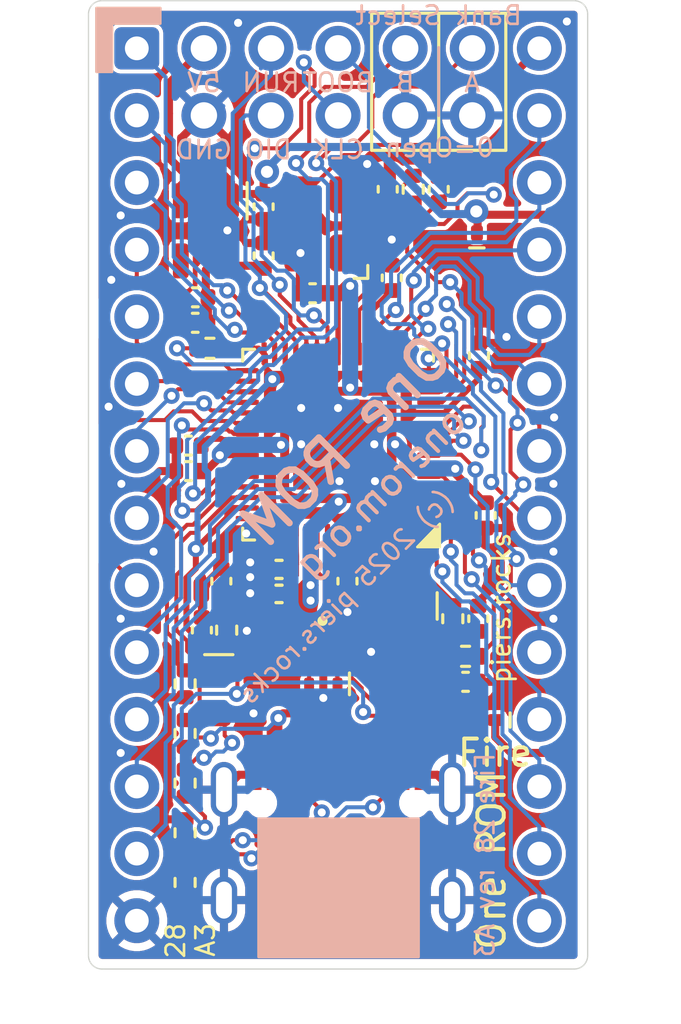
<source format=kicad_pcb>
(kicad_pcb (version 20241229) (generator "pcbnew") (generator_version "9.0")
  (layers (0 "F.Cu" signal) (2 "B.Cu" signal) (13 "F.Paste" user) (15 "B.Paste" user) (5 "F.SilkS" user "F.Silkscreen") (7 "B.SilkS" user "B.Silkscreen") (1 "F.Mask" user) (3 "B.Mask" user) (25 "Edge.Cuts" user))
  (net 0 "")
  (net 1 "Net-(U1-VREG_AVDD)")
  (net 2 "GND")
  (net 3 "+5V")
  (net 4 "+3V3")
  (net 5 "+1V1")
  (net 6 "SWCLK")
  (net 7 "SWDIO")
  (net 8 "A2")
  (net 9 "Net-(U1-XIN)")
  (net 10 "Net-(U1-XOUT)")
  (net 11 "BOOT")
  (net 12 "A0")
  (net 13 "A8")
  (net 14 "D1")
  (net 15 "D4")
  (net 16 "A11")
  (net 17 "D2")
  (net 18 "A12")
  (net 19 "RUN")
  (net 20 "D5")
  (net 21 "VHOST")
  (net 22 "Net-(U1-VREG_LX)")
  (net 23 "QSPI_SS")
  (net 24 "D6")
  (net 25 "QSPI_SD3")
  (net 26 "A9")
  (net 27 "A4")
  (net 28 "D3")
  (net 29 "QSPI_SD1")
  (net 30 "A3")
  (net 31 "A1")
  (net 32 "D7")
  (net 33 "A7")
  (net 34 "A5")
  (net 35 "A10")
  (net 36 "QSPI_SD0")
  (net 37 "QSPI_SCLK")
  (net 38 "D0")
  (net 39 "VBUS")
  (net 40 "QSPI_SD2")
  (net 41 "VBUS_DET")
  (net 43 "A6")
  (net 44 "Net-(D1-A)")
  (net 45 "Net-(C19-Pad1)")
  (net 46 "LED0")
  (net 48 "SEL_B")
  (net 49 "SEL_A")
  (net 50 "D-")
  (net 51 "D+")
  (net 52 "Net-(J1-D+-PadA6)")
  (net 53 "Net-(J1-D--PadA7)")
  (net 54 "Net-(J1-CC1)")
  (net 55 "Net-(J1-CC2)")
  (net 57 "~{OE}")
  (net 58 "A13")
  (net 59 "CS3{slash}A14")
  (net 60 "~{CE}")
  (net 61 "A15")
  (footprint "Capacitor_SMD:C_0402_1005Metric" (layer "F.Cu") (at 114.808 49.4284 -90)
    (property "Reference" "C4" (hide yes))
    (property "Value" "0.1uF")
  )
  (footprint "RP2350_60QFN_minimal:C_0402_1005Metric_small_pads" (layer "F.Cu") (at 106.99069 52.411843 180)
    (property "Reference" "C17" (hide yes))
    (property "Value" "4.7uF")
  )
  (footprint "Capacitor_SMD:C_0402_1005Metric" (layer "F.Cu") (at 111.0996 37.084 90)
    (property "Reference" "C19" (hide yes))
    (property "Value" "15pF")
  )
  (footprint "Capacitor_SMD:C_0402_1005Metric" (layer "F.Cu") (at 113.03 37.084 90)
    (property "Reference" "C18" (hide yes))
    (property "Value" "15pF")
  )
  (footprint "Package_SON:Winbond_USON-8-1EP_3x2mm_P0.5mm_EP0.2x1.6mm" (layer "F.Cu") (at 111.8362 54.2798 -90)
    (property "Reference" "U5" (hide yes))
    (property "Value" "W25Q16JVSS")
  )
  (footprint "Package_TO_SOT_SMD:SOT-23-5" (layer "F.Cu") (at 104.2162 38.6588 -90)
    (property "Reference" "U3" (hide yes))
    (property "Value" "AP2112K-3.3")
  )
  (footprint "Resistor_SMD:R_0402_1005Metric" (layer "F.Cu") (at 103.4288 61.4426 -90)
    (property "Reference" "R9" (hide yes))
    (property "Value" "5K1")
  )
  (footprint "Capacitor_SMD:C_0402_1005Metric" (layer "F.Cu") (at 103.5558 46.7868 180)
    (property "Reference" "C6" (hide yes))
    (property "Value" "0.1uF")
  )
  (footprint "Resistor_SMD:R_0402_1005Metric" (layer "F.Cu") (at 103.4288 63.3222 90)
    (property "Reference" "R10" (hide yes))
    (property "Value" "5K1")
  )
  (footprint "Capacitor_SMD:C_0402_1005Metric" (layer "F.Cu") (at 111.252 40.4368 90)
    (property "Reference" "C8" (hide yes))
    (property "Value" "0.1uF")
  )
  (footprint "RP2350_60QFN_minimal:L_pol_2016" (layer "F.Cu") (at 107.3404 54.088243 180)
    (property "Reference" "L1" (hide yes))
    (property "Value" "3.3u")
  )
  (footprint "RP2350_60QFN_minimal:C_0402_1005Metric_small_pads" (layer "F.Cu") (at 106.99069 51.472043 180)
    (property "Reference" "C16" (hide yes))
    (property "Value" "4.7uF")
  )
  (footprint "Diode_SMD:D_SOD-323" (layer "F.Cu") (at 114.1222 57.1754 180)
    (property "Reference" "D3" (hide yes))
    (property "Value" "1N5819WS")
  )
  (footprint "Capacitor_SMD:C_0402_1005Metric" (layer "F.Cu") (at 108.2548 41.021 180)
    (property "Reference" "C3" (hide yes))
    (property "Value" "4.7uF")
  )
  (footprint "Capacitor_SMD:C_0402_1005Metric" (layer "F.Cu") (at 109.5756 51.9176 -90)
    (property "Reference" "C11" (hide yes))
    (property "Value" "0.1uF")
  )
  (footprint "Connector_PinHeader_2.54mm:PinHeader_1x02_P2.54mm_Vertical" (layer "F.Cu") (at 104.14 31.75)
    (property "Reference" "J3" (hide yes))
    (property "Value" "Conn_01x02_Pin")
  )
  (footprint "Resistor_SMD:R_0402_1005Metric" (layer "F.Cu") (at 103.4288 57.6834 90)
    (property "Reference" "R7" (hide yes))
    (property "Value" "10K")
  )
  (footprint "Resistor_SMD:R_0402_1005Metric" (layer "F.Cu") (at 113.5634 53.34 -90)
    (property "Reference" "R3" (hide yes))
    (property "Value" "10K")
  )
  (footprint "Diode_SMD:D_SOD-323" (layer "F.Cu") (at 114.4778 37.6936 90)
    (property "Reference" "D2" (hide yes))
    (property "Value" "1N5819WS")
  )
  (footprint "Resistor_SMD:R_0402_1005Metric" (layer "F.Cu") (at 114.046 54.7624)
    (property "Reference" "R2" (hide yes))
    (property "Value" "1K")
  )
  (footprint "Crystal:Crystal_SMD_Abracon_ABM8G-4Pin_3.2x2.5mm" (layer "F.Cu") (at 108.6358 38.397 90)
    (property "Reference" "Y1" (hide yes))
    (property "Value" "Crystal_GND24")
  )
  (footprint "Package_TO_SOT_SMD:SOT-666" (layer "F.Cu") (at 108.6612 56.6674 -90)
    (property "Reference" "U4" (hide yes))
    (property "Value" "USBLC6-2P6")
  )
  (footprint "Capacitor_SMD:C_0402_1005Metric" (layer "F.Cu") (at 103.815 41.1734 180)
    (property "Reference" "C7" (hide yes))
    (property "Value" "4.7uF")
  )
  (footprint "RP2350_60QFN_minimal:RP2350-QFN-60-1EP_7x7_P0.4mm_EP3.4x3.4mm_ThermalVias" (layer "F.Cu") (at 109.22 46.7502 180)
    (property "Reference" "U1" (hide yes))
    (property "Value" "RP2350_60QFN")
  )
  (footprint "Resistor_SMD:R_0402_1005Metric" (layer "F.Cu") (at 112.0648 37.084 90)
    (property "Reference" "R6" (hide yes))
    (property "Value" "1K")
  )
  (footprint "Capacitor_SMD:C_0402_1005Metric" (layer "F.Cu") (at 106.4006 39.5986 90)
    (property "Reference" "C2" (hide yes))
    (property "Value" "4.7uF")
  )
  (footprint "Capacitor_SMD:C_0402_1005Metric" (layer "F.Cu") (at 106.4006 37.7444 -90)
    (property "Reference" "C1" (hide yes))
    (property "Value" "4.7uF")
  )
  (footprint "Capacitor_SMD:C_0402_1005Metric" (layer "F.Cu") (at 103.5558 47.752 180)
    (property "Reference" "C5" (hide yes))
    (property "Value" "0.1uF")
  )
  (footprint "piers footprints:PinHeader_2x04_P2.54mm_Vertical custom silkscreen" (layer "F.Cu") (at 114.3 31.75 -90)
    (property "Reference" "J2" (hide yes))
    (property "Value" "Conn_02x04_Odd_Even" (hide yes))
  )
  (footprint "Resistor_SMD:R_0402_1005Metric" (layer "F.Cu") (at 105.0036 53.7718 -90)
    (property "Reference" "R4" (hide yes))
    (property "Value" "33R")
  )
  (footprint "piers retro footprints:28 pin rom footprint" (layer "F.Cu") (at 101.6 31.75)
    (property "Reference" "U2" (hide yes))
    (property "Value" "28 Pin ROM")
  )
  (footprint "Capacitor_SMD:C_0402_1005Metric" (layer "F.Cu") (at 114.5286 53.34 90)
    (property "Reference" "C13" (hide yes))
    (property "Value" "4.7uF")
  )
  (footprint "Capacitor_SMD:C_0402_1005Metric" (layer "F.Cu") (at 103.8124 42.1386 180)
    (property "Reference" "C10" (hide yes))
    (property "Value" "0.1uF")
  )
  (footprint "Resistor_SMD:R_0402_1005Metric" (layer "F.Cu") (at 104.3686 43.1038)
    (property "Reference" "R1" (hide yes))
    (property "Value" "10K")
  )
  (footprint "Resistor_SMD:R_0402_1005Metric" (layer "F.Cu") (at 103.4288 55.8038 -90)
    (property "Reference" "R8" (hide yes))
    (property "Value" "10K")
  )
  (footprint "Capacitor_SMD:C_0402_1005Metric" (layer "F.Cu") (at 114.554 43.3832 90)
    (property "Reference" "C12" (hide yes))
    (property "Value" "0.1uF")
  )
  (footprint "Capacitor_SMD:C_0402_1005Metric" (layer "F.Cu") (at 114.046 55.7276)
    (property "Reference" "C14" (hide yes))
    (property "Value" "0.1uF")
  )
  (footprint "Capacitor_SMD:C_0402_1005Metric" (layer "F.Cu") (at 104.8004 51.9176 90)
    (property "Reference" "C15" (hide yes))
    (property "Value" "4.7uF")
  )
  (footprint "piers retro footprints:USB_C_connector_c2765186" (layer "F.Cu") (at 109.22 62.9158)
    (property "Reference" "J1" (hide yes))
    (property "Value" "USB_C_Receptacle_USB2.0_16P")
  )
  (footprint "Capacitor_SMD:C_0402_1005Metric" (layer "F.Cu") (at 104.0638 53.7718 90)
    (property "Reference" "C9" (hide yes))
    (property "Value" "0.1uF")
  )
  (footprint "LED_SMD:LED_0603_1608Metric" (layer "F.Cu") (at 104.6988 56.1849 -90)
    (property "Reference" "D1" (hide yes))
    (property "Value" "LED_Small")
  )
  (footprint "Resistor_SMD:R_0402_1005Metric" (layer "F.Cu") (at 103.4288 59.563 90)
    (property "Reference" "R5" (hide yes))
    (property "Value" "1K")
  )
  (gr_poly (pts (xy 106.084073 51.586602) (xy 105.6894 51.4604) (xy 105.6894 51.1048) (xy 105.83075 51.0032) (xy 106.0704 51.0032) (xy 106.250819 50.984608) (xy 106.7308 50.8) (xy 106.7816 50.7746) (xy 106.356169 51.314506)) (stroke (width 0.2)) (fill yes) (layer "F.Cu") (net 2))
  (gr_poly (pts (xy 106.99069 52.785832) (xy 106.78749 52.963632) (xy 106.553 52.989032) (xy 106.3752 53.268432) (xy 106.3752 53.8988) (xy 106.5784 53.985349) (xy 106.99069 53.290475)) (stroke (width 0.2)) (fill yes) (layer "F.Cu") (net 22))
  (gr_poly (pts (xy 106.4768 51.054) (xy 106.0704 51.054) (xy 105.7656 51.3334) (xy 105.6894 51.4604) (xy 105.6894 52.4256) (xy 105.8926 52.578) (xy 106.2228 52.578) (xy 106.6038 52.578) (xy 106.6038 51.0032)) (stroke (width 0.2)) (fill yes) (layer "F.Cu") (net 2))
  (gr_poly (pts (xy 107.744837 53.688865) (xy 107.430279 53.213) (xy 107.370769 52.662299) (xy 107.668637 52.545865) (xy 108.380693 52.703893) (xy 108.2802 53.2384)) (stroke (width 0.2)) (fill yes) (layer "F.Cu") (net 5))
  (gr_poly (pts (xy 107.625573 50.5206) (xy 107.6452 50.9651) (xy 107.6452 51.2826) (xy 107.3658 51.260297) (xy 107.619014 50.9535)) (stroke (width 0.2)) (fill yes) (layer "F.Cu") (net 4))
  (gr_line (start 107.0991 52.7304) (end 106.8705 52.7304) (stroke (width 0.127)) (layer "F.SilkS"))
  (gr_poly (pts (xy 100.076 30.226) (xy 102.489 30.226) (xy 102.489 30.8102) (xy 100.6602 30.8102) (xy 100.6602 32.639) (xy 100.076 32.639)) (stroke (width 0.1)) (fill yes) (layer "F.SilkS"))
  (gr_line (start 107.0991 51.816) (end 106.8705 51.816) (stroke (width 0.127)) (layer "F.SilkS"))
  (gr_line (start 107.0991 51.1302) (end 106.8705 51.1302) (stroke (width 0.127)) (layer "F.SilkS"))
  (gr_line (start 107.0991 52.07) (end 106.8705 52.07) (stroke (width 0.127)) (layer "F.SilkS"))
  (gr_rect (start 106.2101 60.9092) (end 112.268 66.1416) (stroke (width 0.1)) (fill yes) (layer "B.SilkS"))
  (gr_line (start 113.03 31.7104) (end 113.03 34.3012) (stroke (width 0.1)) (layer "B.SilkS"))
  (gr_poly (pts (xy 100.076 30.226) (xy 100.076 32.639) (xy 100.6602 32.639) (xy 100.6602 30.8102) (xy 102.489 30.8102) (xy 102.489 30.226)) (stroke (width 0.1)) (fill yes) (layer "B.SilkS"))
  (gr_line (start 118.6688 30.4546) (end 118.6688 66.0908) (stroke (width 0.05)) (layer "Edge.Cuts"))
  (gr_arc (start 118.1608 29.9466) (mid 118.52001 30.09539) (end 118.6688 30.4546) (stroke (width 0.05)) (layer "Edge.Cuts"))
  (gr_line (start 100.27899 29.9466) (end 118.1608 29.9466) (stroke (width 0.05)) (layer "Edge.Cuts"))
  (gr_arc (start 99.77099 30.4546) (mid 99.91978 30.09539) (end 100.27899 29.9466) (stroke (width 0.05)) (layer "Edge.Cuts"))
  (gr_arc (start 118.6688 66.0908) (mid 118.520014 66.450017) (end 118.1608 66.5988) (stroke (width 0.05)) (layer "Edge.Cuts"))
  (gr_line (start 99.77099 66.0908) (end 99.77099 30.4546) (stroke (width 0.05)) (layer "Edge.Cuts"))
  (gr_arc (start 100.2792 66.5988) (mid 99.919993 66.45001) (end 99.7712 66.0908) (stroke (width 0.05)) (layer "Edge.Cuts"))
  (gr_line (start 118.1608 66.5988) (end 100.2792 66.5988) (stroke (width 0.05)) (layer "Edge.Cuts"))
  (gr_text "piers.rocks" (at 115.3922 52.9336 90) (layer "F.SilkS") (effects (font (size 0.7 0.7) (thickness 0.1))))
  (gr_text "28\nA3" (at 103.632 64.7954 90) (layer "F.SilkS") (effects (font (size 0.7 0.7) (thickness 0.1)) (justify right)))
  (gr_text "One ROM" (at 115.0366 62.484 90) (layer "F.SilkS") (effects (font (size 1 1))))
  (gr_text "Fire" (at 115.1636 58.42 0) (layer "F.SilkS") (effects (font (size 1 1))))
  (gr_text "DIO" (at 106.5784 35.5854 0) (layer "B.SilkS") (effects (font (size 0.7 0.7) (thickness 0.1)) (justify mirror)))
  (gr_text "GND" (at 104.14 35.5854 0) (layer "B.SilkS") (effects (font (size 0.7 0.7) (thickness 0.1)) (justify mirror)))
  (gr_text "(c) 2025 piers.rocks" (at 109.5248 52.5018 45) (layer "B.SilkS") (effects (font (size 0.7 0.7) (thickness 0.1)) (justify mirror)))
  (gr_text "B" (at 111.76 33.0454 0) (layer "B.SilkS") (effects (font (size 0.7 0.7) (thickness 0.1)) (justify mirror)))
  (gr_text "Bank Select" (at 113.03 30.5054 0) (layer "B.SilkS") (effects (font (size 0.7 0.7) (thickness 0.1)) (justify mirror)))
  (gr_text "onerom.org" (at 110.8202 48.5394 45) (layer "B.SilkS") (effects (font (size 1 1)) (justify mirror)))
  (gr_text "5V" (at 104.14 33.0454 0) (layer "B.SilkS") (effects (font (size 0.7 0.7) (thickness 0.1)) (justify mirror)))
  (gr_text "A" (at 114.3 33.0454 0) (layer "B.SilkS") (effects (font (size 0.7 0.7) (thickness 0.1)) (justify mirror)))
  (gr_text "BOOT" (at 109.22 33.0454 0) (layer "B.SilkS") (effects (font (size 0.7 0.7) (thickness 0.1)) (justify mirror)))
  (gr_text "CLK" (at 109.22 35.5854 0) (layer "B.SilkS") (effects (font (size 0.7 0.7) (thickness 0.1)) (justify mirror)))
  (gr_text "RUN" (at 106.68 33.0454 0) (layer "B.SilkS") (effects (font (size 0.7 0.7) (thickness 0.1)) (justify mirror)))
  (gr_text "One ROM" (at 109.5248 46.609 45) (layer "B.SilkS") (effects (font (size 1.5 1.5) (thickness 0.25) (bold yes)) (justify mirror)))
  (gr_text "0=Open" (at 113.0554 35.5092 0) (layer "B.SilkS") (effects (font (size 0.7 0.7) (thickness 0.1)) (justify mirror)))
  (gr_text "Fire 28 rev A3" (at 114.7826 66.2178 90) (layer "B.SilkS") (effects (font (size 0.7 0.7) (thickness 0.1)) (justify right mirror)))
  (segment (start 105.608737 50.719337) (end 105.34 50.988075) (width 0.1524) (layer "F.Cu") (net 1))
  (segment (start 106.42 50.1877) (end 105.9434 50.6643) (width 0.1524) (layer "F.Cu") (net 1))
  (segment (start 105.9434 50.6643) (end 105.942148 50.663048) (width 0.1524) (layer "F.Cu") (net 1))
  (segment (start 105.34 51.858) (end 104.8004 52.3976) (width 0.1524) (layer "F.Cu") (net 1))
  (segment (start 105.665026 50.663048) (end 105.608737 50.719337) (width 0.1524) (layer "F.Cu") (net 1))
  (segment (start 105.608737 50.719337) (end 105.34 50.988074) (width 0.1524) (layer "F.Cu") (net 1))
  (segment (start 104.8004 52.3976) (end 104.8004 53.2872) (width 0.1524) (layer "F.Cu") (net 1))
  (segment (start 105.942148 50.663048) (end 105.665026 50.663048) (width 0.1524) (layer "F.Cu") (net 1))
  (segment (start 105.34 50.988075) (end 105.34 51.858) (width 0.1524) (layer "F.Cu") (net 1))
  (segment (start 112.57 59.2458) (end 112.975 59.2458) (width 0.3048) (layer "F.Cu") (net 2))
  (segment (start 108.6612 55.7424) (end 108.6612 56.33926) (width 0.2032) (layer "F.Cu") (net 2))
  (segment (start 106.4006 39.1186) (end 107.4074 39.1186) (width 0.3048) (layer "F.Cu") (net 2))
  (segment (start 105.4862 53.7718) (end 104.5438 53.7718) (width 0.1524) (layer "F.Cu") (net 2))
  (segment (start 102.7112 40.1638) (end 102.705 40.1576) (width 0.2032) (layer "F.Cu") (net 2))
  (segment (start 107.5208 39.762) (end 107.7858 39.497) (width 0.3048) (layer "F.Cu") (net 2))
  (segment (start 107.7748 39.508) (end 107.7858 39.497) (width 0.3048) (layer "F.Cu") (net 2))
  (segment (start 104.394 33.9344) (end 104.394 34.6436) (width 0.1524) (layer "F.Cu") (net 2))
  (segment (start 106.1466 51.40277) (end 106.1466 51.816) (width 0.2286) (layer "F.Cu") (net 2))
  (segment (start 110.5408 37.1628) (end 111.0996 36.604) (width 0.3048) (layer "F.Cu") (net 2))
  (segment (start 107.4074 39.1186) (end 107.7858 39.497) (width 0.3048) (layer "F.Cu") (net 2))
  (segment (start 103.8085 39.9301) (end 103.9622 39.7764) (width 0.1778) (layer "F.Cu") (net 2))
  (segment (start 107.7748 41.021) (end 107.7748 39.508) (width 0.3048) (layer "F.Cu") (net 2))
  (segment (start 102.705 36.3602) (end 102.3112 35.9664) (width 0.2032) (layer "F.Cu") (net 2))
  (segment (start 109.4858 37.297) (end 109.4858 37.797) (width 0.3048) (layer "F.Cu") (net 2))
  (segment (start 103.335 41.1734) (end 103.335 41.1682) (width 0.1778) (layer "F.Cu") (net 2))
  (segment (start 102.705 37.0586) (end 102.705 36.8426) (width 0.2032) (layer "F.Cu") (net 2))
  (segment (start 104.0638 52.1742) (end 104.8004 51.4376) (width 0.3048) (layer "F.Cu") (net 2))
  (segment (start 114.5286 52.86) (end 114.5286 52.705) (width 0.3048) (layer "F.Cu") (net 2))
  (segment (start 102.705 40.1576) (end 102.705 37.0586) (width 0.2032) (layer "F.Cu") (net 2))
  (segment (start 104.0638 53.2918) (end 104.0638 52.1742) (width 0.3048) (layer "F.Cu") (net 2))
  (segment (start 105.478327 50.37503) (end 105.2576 50.37503) (width 0.2286) (layer "F.Cu") (net 2))
  (segment (start 105.87 59.2458) (end 105.465 59.2458) (width 0.3048) (layer "F.Cu") (net 2))
  (segment (start 111.252 38.989) (end 111.252 39.9568) (width 0.3048) (layer "F.Cu") (net 2))
  (segment (start 109.4858 37.297) (end 110.4066 37.297) (width 0.3048) (layer "F.Cu") (net 2))
  (segment (start 104.2162 37.5213) (end 104.2162 38.6334) (width 0.6096) (layer "F.Cu") (net 2))
  (segment (start 105.2576 50.37503) (end 104.8004 50.83223) (width 0.2286) (layer "F.Cu") (net 2))
  (segment (start 111.0862 52.8548) (end 111.0862 53.709) (width 0.2286) (layer "F.Cu") (net 2))
  (segment (start 115.062 52.1716) (end 115.062 52.0954) (width 0.3048) (layer "F.Cu") (net 2))
  (segment (start 106.1466 51.7906) (end 105.7402 52.197) (width 0.1524) (layer "F.Cu") (net 2))
  (segment (start 112.975 59.2458) (end 113.54 59.8108) (width 0.3048) (layer "F.Cu") (net 2))
  (segment (start 106.4006 39.1186) (end 106.4006 39.116) (width 0.3048) (layer "F.Cu") (net 2))
  (segment (start 104.8004 50.83223) (end 104.8004 51.4376) (width 0.2286) (layer "F.Cu") (net 2))
  (segment (start 104.5438 53.7718) (end 104.0638 53.2918) (width 0.1524) (layer "F.Cu") (net 2))
  (segment (start 105.739606 50.113751) (end 105.478327 50.37503) (width 0.2286) (layer "F.Cu") (net 2))
  (segment (start 109.5756 52.3976) (end 109.5756 53.086) (width 0.3048) (layer "F.Cu") (net 2))
  (segment (start 103.335 41.1682) (end 103.8085 40.6947) (width 0.1778) (layer "F.Cu") (net 2))
  (segment (start 114.5286 52.705) (end 115.062 52.1716) (width 0.3048) (layer "F.Cu") (net 2))
  (segment (start 106.4006 38.2244) (end 106.4006 38.227) (width 0.3048) (layer "F.Cu") (net 2))
  (segment (start 103.8085 40.6947) (end 103.8085 39.9301) (width 0.1778) (layer "F.Cu") (net 2))
  (segment (start 105.465 59.2458) (end 104.9 59.8108) (width 0.3048) (layer "F.Cu") (net 2))
  (segment (start 102.705 37.0586) (end 102.705 36.3602) (width 0.2032) (layer "F.Cu") (net 2))
  (segment (start 106.4006 39.1186) (end 106.4006 38.2244) (width 0.3048) (layer "F.Cu") (net 2))
  (segment (start 110.4066 37.297) (end 110.5408 37.1628) (width 0.3048) (layer "F.Cu") (net 2))
  (segment (start 103.0758 46.7868) (end 103.0758 47.752) (width 0.3048) (layer "F.Cu") (net 2))
  (via (at 110.617 48.133) (size 0.6096) (drill 0.3048) (layers "F.Cu" "B.Cu") (net 2))
  (via (at 109.2708 48.133) (size 0.6096) (drill 0.3048) (layers "F.Cu" "B.Cu") (net 2))
  (via (at 110.320908 36.128097) (size 0.6096) (drill 0.3048) (layers "F.Cu" "B.Cu") (net 2))
  (via (at 107.823 46.736) (size 0.6096) (drill 0.3048) (layers "F.Cu" "B.Cu") (net 2))
  (via (at 105.030275 38.640999) (size 0.6096) (drill 0.3048) (layers "F.Cu" "B.Cu") (net 2))
  (via (at 115.5954 42.672) (size 0.6096) (drill 0.3048) (layers "F.Cu" "B.Cu") (net 2))
  (via (at 100.9904 53.34) (size 0.6096) (drill 0.3048) (layers "F.Cu" "B.Cu") (net 2))
  (via (at 105.739606 50.113751) (size 0.6096) (drill 0.3048) (layers "F.Cu" "B.Cu") (net 2))
  (via (at 100.9904 58.42) (size 0.6096) (drill 0.3048) (layers "F.Cu" "B.Cu") (net 2))
  (via (at 117.3734 48.2346) (size 0.6096) (drill 0.3048) (layers "F.Cu" "B.Cu") (net 2))
  (via (at 105.8926 51.7652) (size 0.6096) (drill 0.3048) (layers "F.Cu" "B.Cu") (net 2))
  (via (at 117.3734 53.34) (size 0.6096) (drill 0.3048) (layers "F.Cu" "B.Cu") (net 2))
  (via (at 109.5756 53.086) (size 0.6096) (drill 0.3048) (layers "F.Cu" "B.Cu") (net 2))
  (via (at 100.5332 45.3136) (size 0.6096) (drill 0.3048) (layers "F.Cu" "B.Cu") (net 2))
  (via (at 111.252 38.989) (size 0.6096) (drill 0.3048) (layers "F.Cu" "B.Cu") (net 2))
  (via (at 117.3734 50.8) (size 0.6096) (drill 0.3048) (layers "F.Cu" "B.Cu") (net 2))
  (via (at 100.9904 38.0746) (size 0.6096) (drill 0.3048) (layers "F.Cu" "B.Cu") (net 2))
  (via (at 101.0158 48.2346) (size 0.6096) (drill 0.3048) (layers "F.Cu" "B.Cu") (net 2))
  (via (at 107.7976 39.497) (size 0.6096) (drill 0.3048) (layers "F.Cu" "B.Cu") (net 2))
  (via (at 100.6348 40.513) (size 0.6096) (drill 0.3048) (layers "F.Cu" "B.Cu") (net 2))
  (via (at 105.7656 53.7972) (size 0.6096) (drill 0.3048) (layers "F.Cu" "B.Cu") (net 2))
  (via (at 108.6612 56.33926) (size 0.6096) (drill 0.3048) (layers "F.Cu" "B.Cu") (net 2))
  (via (at 102.235 50.8) (size 0.6096) (drill 0.3048) (layers "F.Cu" "B.Cu") (net 2))
  (via (at 117.3988 45.72) (size 0.6096) (drill 0.3048) (layers "F.Cu" "B.Cu") (net 2))
  (via (at 105.4354 30.7848) (size 0.6096) (drill 0.3048) (layers "F.Cu" "B.Cu") (net 2))
  (via (at 107.823 45.3644) (size 0.6096) (drill 0.3048) (layers "F.Cu" "B.Cu") (net 2))
  (via (at 109.22 45.3644) (size 0.6096) (drill 0.3048) (layers "F.Cu" "B.Cu") (net 2))
  (via (at 110.5916 46.736) (size 0.6096) (drill 0.3048) (layers "F.Cu" "B.Cu") (net 2))
  (via (at 117.8814 30.734) (size 0.6096) (drill 0.3048) (layers "F.Cu" "B.Cu") (net 2))
  (via (at 110.4696 54.593804) (size 0.6096) (drill 0.3048) (layers "F.Cu" "B.Cu") (net 2))
  (via (at 106.0196 56.9214) (size 0.6096) (drill 0.3048) (layers "F.Cu" "B.Cu") (net 2))
  (via (at 105.8926 52.3748) (size 0.6096) (drill 0.3048) (layers "F.Cu" "B.Cu") (net 2))
  (via (at 105.8926 51.2064) (size 0.6096) (drill 0.3048) (layers "F.Cu" "B.Cu") (net 2))
  (segment (start 104.394 33.9344) (end 104.8766 33.9344) (width 0.1524) (layer "B.Cu") (net 2))
  (segment (start 115.7732 58.42) (end 115.1722 57.819) (width 0.3048) (layer "F.Cu") (net 3))
  (segment (start 106.5286 36.4236) (end 106.4006 36.5516) (width 0.3048) (layer "F.Cu") (net 3))
  (segment (start 104.14 31.75) (end 102.8192 33.0708) (width 0.3048) (layer "F.Cu") (net 3))
  (segment (start 103.7844 36.4236) (end 103.4796 36.7284) (width 0.3048) (layer "F.Cu") (net 3))
  (segment (start 105.1662 37.5213) (end 105.1662 36.8148) (width 0.3048) (layer "F.Cu") (net 3))
  (segment (start 114.50162 38.688713) (end 114.4778 38.712533) (width 0.3048) (layer "F.Cu") (net 3))
  (segment (start 102.8192 33.0708) (end 102.8192 34.2138) (width 0.3048) (layer "F.Cu") (net 3))
  (segment (start 105.4231 37.2644) (end 105.1662 37.5213) (width 0.3048) (layer "F.Cu") (net 3))
  (segment (start 103.2662 36.9418) (end 103.2662 37.5213) (width 0.3048) (layer "F.Cu") (net 3))
  (segment (start 103.4796 36.7284) (end 103.2662 36.9418) (width 0.3048) (layer "F.Cu") (net 3))
  (segment (start 102.8192 35.89825) (end 103.4796 36.55865) (width 0.3048) (layer "F.Cu") (net 3))
  (segment (start 114.4524 37.9222) (end 114.4524 37.937218) (width 0.3048) (layer "F.Cu") (net 3))
  (segment (start 114.4778 38.712533) (end 114.4778 38.7436) (width 0.3048) (layer "F.Cu") (net 3))
  (segment (start 115.1722 57.819) (end 115.1722 57.1754) (width 0.3048) (layer "F.Cu") (net 3))
  (segment (start 102.8192 34.2138) (end 102.8192 35.89825) (width 0.3048) (layer "F.Cu") (net 3))
  (segment (start 117.2718 38.0492) (end 118.0592 38.8366) (width 0.3048) (layer "F.Cu") (net 3))
  (segment (start 104.775 36.4236) (end 103.7844 36.4236) (width 0.3048) (layer "F.Cu") (net 3))
  (segment (start 114.498025 38.020205) (end 114.52702 38.0492) (width 0.3048) (layer "F.Cu") (net 3))
  (segment (start 103.4796 36.55865) (end 103.4796 36.7284) (width 0.3048) (layer "F.Cu") (net 3))
  (segment (start 105.1662 36.8148) (end 104.775 36.4236) (width 0.3048) (layer "F.Cu") (net 3))
  (segment (start 114.50162 37.986438) (end 114.50162 38.688713) (width 0.3048) (layer "F.Cu") (net 3))
  (segment (start 114.4524 37.9222) (end 114.498025 37.967825) (width 0.3048) (layer "F.Cu") (net 3))
  (segment (start 114.498025 37.967825) (end 114.498025 38.020205) (width 0.3048) (layer "F.Cu") (net 3))
  (segment (start 106.4006 37.2644) (end 105.4231 37.2644) (width 0.3048) (layer "F.Cu") (net 3))
  (segment (start 114.52702 38.0492) (end 117.2718 38.0492) (width 0.3048) (layer "F.Cu") (net 3))
  (segment (start 106.4006 36.5516) (end 106.4006 37.2644) (width 0.3048) (layer "F.Cu") (net 3))
  (segment (start 118.0592 57.8612) (end 117.5004 58.42) (width 0.3048) (layer "F.Cu") (net 3))
  (segment (start 118.0592 38.8366) (end 118.0592 57.8612) (width 0.3048) (layer "F.Cu") (net 3))
  (segment (start 114.4524 37.937218) (end 114.50162 37.986438) (width 0.3048) (layer "F.Cu") (net 3))
  (segment (start 117.5004 58.42) (end 115.7732 58.42) (width 0.3048) (layer "F.Cu") (net 3))
  (via (at 106.5286 36.4236) (size 0.9144) (drill 0.4572) (layers "F.Cu" "B.Cu") (net 3))
  (via (at 114.4524 37.9222) (size 0.9144) (drill 0.4572) (layers "F.Cu" "B.Cu") (net 3))
  (segment (start 107.338985 35.4838) (end 110.5916 35.4838) (width 0.3048) (layer "B.Cu") (net 3))
  (segment (start 106.935904 35.888296) (end 106.935904 35.886881) (width 0.3048) (layer "B.Cu") (net 3))
  (segment (start 114.49443 38.0238) (end 114.498025 38.027395) (width 0.3048) (layer "B.Cu") (net 3))
  (segment (start 110.5916 35.4838) (end 113.1316 38.0238) (width 0.3048) (layer "B.Cu") (net 3))
  (segment (start 114.498025 38.027395) (end 114.498025 37.967825) (width 0.3048) (layer "B.Cu") (net 3))
  (segment (start 114.498025 37.967825) (end 114.4524 37.9222) (width 0.3048) (layer "B.Cu") (net 3))
  (segment (start 113.1316 38.0238) (end 114.49443 38.0238) (width 0.3048) (layer "B.Cu") (net 3))
  (segment (start 106.7308 36.2214) (end 106.7308 36.0934) (width 0.3048) (layer "B.Cu") (net 3))
  (segment (start 106.5286 36.4236) (end 106.7308 36.2214) (width 0.3048) (layer "B.Cu") (net 3))
  (segment (start 106.7308 36.0934) (end 106.935904 35.888296) (width 0.3048) (layer "B.Cu") (net 3))
  (segment (start 106.935904 35.886881) (end 107.338985 35.4838) (width 0.3048) (layer "B.Cu") (net 3))
  (segment (start 104.2924 42.5176) (end 104.8786 43.1038) (width 0.3048) (layer "F.Cu") (net 4))
  (segment (start 107.62 50.1877) (end 107.62 49.6572) (width 0.2286) (layer "F.Cu") (net 4))
  (segment (start 104.5519 39.7963) (end 104.2136 40.1346) (width 0.3048) (layer "F.Cu") (net 4))
  (segment (start 111.576291 57.012) (end 112.149491 56.4388) (width 0.1524) (layer "F.Cu") (net 4))
  (segment (start 106.3016 39.9796) (end 105.3495 39.9796) (width 0.3048) (layer "F.Cu") (net 4))
  (segment (start 112.5474 49.6062) (end 112.5474 51.7906) (width 0.3048) (layer "F.Cu") (net 4))
  (segment (start 109.62 51.3932) (end 109.5756 51.4376) (width 0.2286) (layer "F.Cu") (net 4))
  (segment (start 112.2172 56.4388) (end 112.5862 56.0698) (width 0.1524) (layer "F.Cu") (net 4))
  (segment (start 106.3102 46.7502) (end 106.5276 46.5328) (width 0.2286) (layer "F.Cu") (net 4))
  (segment (start 104.2136 41.1988) (end 104.2136 42.1614) (width 0.3048) (layer "F.Cu") (net 4))
  (segment (start 113.5634 52.8828) (end 114.455 53.7744) (width 0.3048) (layer "F.Cu") (net 4))
  (segment (start 105.7825 49.1502) (end 105.2818 49.1502) (width 0.2286) (layer "F.Cu") (net 4))
  (segment (start 114.554 44.241068) (end 113.507153 45.287915) (width 0.2286) (layer "F.Cu") (net 4))
  (segment (start 112.6575 45.5502) (end 112.149 45.5502) (width 0.2286) (layer "F.Cu") (net 4))
  (segment (start 112.175626 49.4952) (end 111.903 49.4952) (width 0.2032) (layer "F.Cu") (net 4))
  (segment (start 105.41 54.6882) (end 105.41 56.134) (width 0.1524) (layer "F.Cu") (net 4))
  (segment (start 110.308191 57.012) (end 111.576291 57.012) (width 0.1524) (layer "F.Cu") (net 4))
  (segment (start 107.62 49.6568) (end 107.8484 49.4284) (width 0.2286) (layer "F.Cu") (net 4))
  (segment (start 105.7825 46.7502) (end 106.3132 46.7502) (width 0.2286) (layer "F.Cu") (net 4))
  (segment (start 112.175626 49.4952) (end 112.1062 49.4952) (width 0.2032) (layer "F.Cu") (net 4))
  (segment (start 112.6575 45.5502) (end 112.169318 45.5502) (width 0.2286) (layer "F.Cu") (net 4))
  (segment (start 105.133795 46.7502) (end 105.7825 46.7502) (width 0.2032) (layer "F.Cu") (net 4))
  (segment (start 104.2136 40.1346) (end 104.2136 41.1988) (width 0.3048) (layer "F.Cu") (net 4))
  (segment (start 110.42 43.3127) (end 110.4412 43.2915) (width 0.2286) (layer "F.Cu") (net 4))
  (segment (start 110.4412 41.7276) (end 111.252 40.9168) (width 0.2286) (layer "F.Cu") (net 4))
  (segment (start 104.0638 54.2518) (end 104.9736 54.2518) (width 0.2286) (layer "F.Cu") (net 4))
  (segment (start 109.22 51.082) (end 109.5756 51.4376) (width 0.2286) (layer "F.Cu") (net 4))
  (segment (start 109.62 50.1877) (end 109.62 49.676) (width 0.2286) (layer "F.Cu") (net 4))
  (segment (start 109.22 50.1877) (end 109.22 51.082) (width 0.2286) (layer "F.Cu") (net 4))
  (segment (start 104.8004 54.3072) (end 104.8004 54.3052) (width 0.2286) (layer "F.Cu") (net 4))
  (segment (start 104.180876 60.825076) (end 103.4288 60.073) (width 0.1524) (layer "F.Cu") (net 4))
  (segment (start 104.180876 61.244824) (end 104.180876 60.825076) (width 0.1524) (layer "F.Cu") (net 4))
  (segment (start 104.0358 46.7868) (end 104.29163 46.53097) (width 0.2286) (layer "F.Cu") (net 4))
  (segment (start 110.42 43.800882) (end 110.42 43.3127) (width 0.2286) (layer "F.Cu") (net 4))
  (segment (start 112.149 45.5502) (end 111.887 45.2882) (width 0.2286) (layer "F.Cu") (net 4))
  (segment (start 112.230626 49.5502) (end 112.175626 49.4952) (width 0.2032) (layer "F.Cu") (net 4))
  (segment (start 114.554 43.8632) (end 114.554 44.241068) (width 0.2286) (layer "F.Cu") (net 4))
  (segment (start 112.149491 56.4388) (end 112.2172 56.4388) (width 0.1524) (layer "F.Cu") (net 4))
  (segment (start 104.295 41.1734) (end 104.295 42.136) (width 0.3048) (layer "F.Cu") (net 4))
  (segment (start 105.7825 49.5502) (end 106.2026 49.5502) (width 0.2032) (layer "F.Cu") (net 4))
  (segment (start 106.299 49.4538) (end 106.6546 49.4538) (width 0.2032) (layer "F.Cu") (net 4))
  (segment (start 112.6575 49.5502) (end 112.230626 49.5502) (width 0.2032) (layer "F.Cu") (net 4))
  (segment (start 113.246281 45.5502) (end 112.6575 45.5502) (width 0.2286) (layer "F.Cu") (net 4))
  (segment (start 107.62 49.6572) (end 107.4166 49.4538) (width 0.2286) (layer "F.Cu") (net 4))
  (segment (start 104.980696 46.57914) (end 105.151756 46.7502) (width 0.2286) (layer "F.Cu") (net 4))
  (segment (start 104.2924 42.1386) (end 104.2924 42.5176) (width 0.3048) (layer "F.Cu") (net 4))
  (segment (start 113.566 55.7276) (end 112.609 55.7276) (width 0.2286) (layer "F.Cu") (net 4))
  (segment (start 104.29163 46.53097) (end 104.79053 46.53097) (width 0.2286) (layer "F.Cu") (net 4))
  (segment (start 110.168851 56.87266) (end 110.308191 57.012) (width 0.1524) (layer "F.Cu") (net 4))
  (segment (start 110.42 43.800882) (end 110.764318 44.1452) (width 0.2286) (layer "F.Cu") (net 4))
  (segment (start 111.887 45.832518) (end 111.887 46.0248) (width 0.2286) (layer "F.Cu") (net 4))
  (segment (start 104.0638 54.2518) (end 103.4796 53.6676) (width 0.2286) (layer "F.Cu") (net 4))
  (segment (start 105.7825 46.7502) (end 105.151756 46.7502) (width 0.2286) (layer "F.Cu") (net 4))
  (segment (start 106.2026 49.5502) (end 106.299 49.4538) (width 0.2032) (layer "F.Cu") (net 4))
  (segment (start 104.295 42.136) (end 104.2924 42.1386) (width 0.3048) (layer "F.Cu") (net 4))
  (segment (start 109.22 49.6824) (end 109.4232 49.4792) (width 0.2286) (layer "F.Cu") (net 4))
  (segment (start 110.4412 43.2915) (end 110.4412 41.7276) (width 0.2286) (layer "F.Cu") (net 4))
  (segment (start 104.9736 54.2518) (end 105.0036 54.2818) (width 0.2286) (layer "F.Cu") (net 4))
  (segment (start 106.3132 46.7502) (end 106.5022 46.9392) (width 0.2286) (layer "F.Cu") (net 4))
  (segment (start 109.62 50.1877) (end 109.62 49.6888) (width 0.2286) (layer "F.Cu") (net 4))
  (segment (start 109.62 51.19) (end 109.4766 51.3334) (width 0.1524) (layer "F.Cu") (net 4))
  (segment (start 105.3495 39.9796) (end 105.1662 39.7963) (width 0.3048) (layer "F.Cu") (net 4))
  (segment (start 111.887 45.2882) (end 111.887 45.1104) (width 0.2286) (layer "F.Cu") (net 4))
  (segment (start 110.42 43.800882) (end 110.0836 44.137282) (width 0.2286) (layer "F.Cu") (net 4))
  (segment (start 112.5862 56.0698) (end 112.5862 55.7048) (width 0.1524) (layer "F.Cu") (net 4))
  (segment (start 114.455 53.7744) (end 114.5286 53.7744) (width 0.3048) (layer "F.Cu") (net 4))
  (segment (start 113.507153 45.289328) (end 113.246281 45.5502) (width 0.2286) (layer "F.Cu") (net 4))
  (segment (start 106.3498 49.4538) (end 106.5276 49.276) (width 0.2032) (layer "F.Cu") (net 4))
  (segment (start 107.62 50.1877) (end 107.62 49.6568) (width 0.2286) (layer "F.Cu") (net 4))
  (segment (start 112.5474 51.7906) (end 113.5634 52.8066) (width 0.3048) (layer "F.Cu") (net 4))
  (segment (start 104.2136 42.1614) (end 104.211 42.164) (width 0.3048) (layer "F.Cu") (net 4))
  (segment (start 113.5634 52.83) (end 113.5634 52.8828) (width 0.3048) (layer "F.Cu") (net 4))
  (segment (start 104.79053 46.53097) (end 104.8387 46.57914) (width 0.2286) (layer "F.Cu") (net 4))
  (segment (start 104.8786 43.1038) (end 106.2111 43.1038) (width 0.2032) (layer "F.Cu") (net 4))
  (segment (start 113.5634 52.8066) (end 113.5634 52.83) (width 0.3048) (layer "F.Cu") (net 4))
  (segment (start 106.5276 43.8912) (end 106.6416 44.0052) (width 0.2032) (layer "F.Cu") (net 4))
  (segment (start 105.1662 39.7963) (end 104.5519 39.7963) (width 0.3048) (layer "F.Cu") (net 4))
  (segment (start 109.62 49.6888) (end 109.8296 49.4792) (width 0.2286) (layer "F.Cu") (net 4))
  (segment (start 113.507153 45.287915) (end 113.507153 45.289328) (width 0.2286) (layer "F.Cu") (net 4))
  (segment (start 112.169318 45.5502) (end 111.887 45.832518) (width 0.2286) (layer "F.Cu") (net 4))
  (segment (start 105.7825 46.7502) (end 106.3102 46.7502) (width 0.2286) (layer "F.Cu") (net 4))
  (segment (start 109.62 50.1877) (end 109.62 51.3932) (width 0.2286) (layer "F.Cu") (net 4))
  (segment (start 106.465 43.3577) (end 106.465 43.8286) (width 0.2032) (layer "F.Cu") (net 4))
  (segment (start 106.4006 40.0786) (end 106.3016 39.9796) (width 0.3048) (layer "F.Cu") (net 4))
  (segment (start 105.029 49.5046) (end 103.8352 50.6984) (width 0.2286) (layer "F.Cu") (net 4))
  (segment (start 106.2111 43.1038) (end 106.42 43.3127) (width 0.2032) (layer "F.Cu") (net 4))
  (segment (start 107.62 50.1877) (end 107.62 50.883601) (width 0.2286) (layer "F.Cu") (net 4))
  (segment (start 103.4796 53.6676) (end 103.4796 51.7932) (width 0.2286) (layer "F.Cu") (net 4))
  (segment (start 114.5286 53.82) (end 114.5286 53.8226) (width 0.1524) (layer "F.Cu") (net 4))
  (segment (start 105.0036 54.2818) (end 105.41 54.6882) (width 0.1524) (layer "F.Cu") (net 4))
  (segment (start 106.299 49.4538) (end 106.3498 49.4538) (width 0.2032) (layer "F.Cu") (net 4))
  (segment (start 109.22 49.6824) (end 109.0168 49.4792) (width 0.2286) (layer "F.Cu") (net 4))
  (segment (start 112.1062 49.4952) (end 111.9632 49.3522) (width 0.2032) (layer "F.Cu") (net 4))
  (segment (start 109.62 49.676) (end 109.4232 49.4792) (width 0.2286) (layer "F.Cu") (net 4))
  (segment (start 112.609 55.7276) (end 112.5862 55.7048) (width 0.2286) (layer "F.Cu") (net 4))
  (segment (start 105.2818 49.1502) (end 105.029 49.403) (width 0.2286) (layer "F.Cu") (net 4))
  (segment (start 105.191852 46.7502) (end 105.7825 46.7502) (width 0.2286) (layer "F.Cu") (net 4))
  (segment (start 106.5276 43.8912) (end 106.5276 44.1706) (width 0.2032) (layer "F.Cu") (net 4))
  (segment (start 103.4796 51.7932) (end 103.8352 51.4376) (width 0.2286) (layer "F.Cu") (net 4))
  (segment (start 103.8352 51.4376) (end 103.8352 50.6984) (width 0.2286) (layer "F.Cu") (net 4))
  (segment (start 106.465 43.8286) (end 106.5276 43.8912) (width 0.2032) (layer "F.Cu") (net 4))
  (segment (start 106.6416 44.0052) (end 106.7308 44.0944) (width 0.2032) (layer "F.Cu") (net 4))
  (segment (start 104.8387 46.57914) (end 104.980696 46.57914) (width 0.2286) (layer "F.Cu") (net 4))
  (segment (start 109.22 50.1877) (end 109.22 49.6824) (width 0.2286) (layer "F.Cu") (net 4))
  (segment (start 105.029 49.403) (end 105.029 49.5046) (width 0.2286) (layer "F.Cu") (net 4))
  (via (at 105.3846 56.1848) (size 0.6096) (drill 0.3048) (layers "F.Cu" "B.Cu") (net 4))
  (via (at 106.7308 44.2722) (size 0.6096) (drill 0.3048) (layers "F.Cu" "B.Cu") (net 4))
  (via (at 110.168851 56.87266) (size 0.6096) (drill 0.3048) (layers "F.Cu" "B.Cu") (net 4))
  (via (at 104.180876 61.244824) (size 0.6096) (drill 0.3048) (layers "F.Cu" "B.Cu") (net 4))
  (via (at 103.8352 50.6984) (size 0.6096) (drill 0.3048) (layers "F.Cu" "B.Cu") (net 4))
  (segment (start 105.8174 55.752) (end 109.7778 55.752) (width 0.1524) (layer "B.Cu") (net 4))
  (segment (start 102.998 58.166333) (end 102.998 60.061948) (width 0.1524) (layer "B.Cu") (net 4))
  (segment (start 104.300731 48.861269) (end 104.300731 47.811131) (width 0.2286) (layer "B.Cu") (net 4))
  (segment (start 104.171058 47.681458) (end 104.171058 46.831942) (width 0.2286) (layer "B.Cu") (net 4))
  (segment (start 110.168851 56.143051) (end 110.168851 56.87266) (width 0.1524) (layer "B.Cu") (net 4))
  (segment (start 104.171058 46.831942) (end 106.7308 44.2722) (width 0.2286) (layer "B.Cu") (net 4))
  (segment (start 103.3038 57.860534) (end 102.998 58.166333) (width 0.1524) (layer "B.Cu") (net 4))
  (segment (start 103.8987 49.2633) (end 103.8987 50.6349) (width 0.2286) (layer "B.Cu") (net 4))
  (segment (start 103.8987 50.6349) (end 103.8352 50.6984) (width 0.2286) (layer "B.Cu") (net 4))
  (segment (start 109.7778 55.752) (end 110.168851 56.143051) (width 0.1524) (layer "B.Cu") (net 4))
  (segment (start 103.3038 56.7416) (end 103.3038 57.860534) (width 0.1524) (layer "B.Cu") (net 4))
  (segment (start 103.8606 56.1848) (end 103.3038 56.7416) (width 0.1524) (layer "B.Cu") (net 4))
  (segment (start 103.8987 49.2633) (end 104.300731 48.861269) (width 0.2286) (layer "B.Cu") (net 4))
  (segment (start 105.3846 56.1848) (end 103.8606 56.1848) (width 0.1524) (layer "B.Cu") (net 4))
  (segment (start 102.998 60.061948) (end 104.180876 61.244824) (width 0.1524) (layer "B.Cu") (net 4))
  (segment (start 104.300731 47.811131) (end 104.171058 47.681458) (width 0.2286) (layer "B.Cu") (net 4))
  (segment (start 105.3846 56.1848) (end 105.8174 55.752) (width 0.1524) (layer "B.Cu") (net 4))
  (segment (start 108.02 50.673) (end 108.02 51.9114) (width 0.2286) (layer "F.Cu") (net 5))
  (segment (start 109.3978 41.021) (end 109.6772 40.7416) (width 0.6096) (layer "F.Cu") (net 5))
  (segment (start 108.02 51.635748) (end 108.202126 51.817874) (width 0.2286) (layer "F.Cu") (net 5))
  (segment (start 108.02 50.1877) (end 108.02 50.673) (width 0.2286) (layer "F.Cu") (net 5))
  (segment (start 108.1024 52.07) (end 107.633123 52.539277) (width 0.6096) (layer "F.Cu") (net 5))
  (segment (start 108.1786 52.6542) (end 107.748047 52.6542) (width 0.6096) (layer "F.Cu") (net 5))
  (segment (start 108.1786 52.6542) (end 107.715435 53.117365) (width 0.6096) (layer "F.Cu") (net 5))
  (segment (start 104.743558 47.224642) (end 104.743558 47.15164) (width 0.3048) (layer "F.Cu") (net 5))
  (segment (start 108.02 50.673) (end 108.02 51.635748) (width 0.2286) (layer "F.Cu") (net 5))
  (segment (start 109.22 41.1988) (end 109.6772 40.7416) (width 0.1524) (layer "F.Cu") (net 5))
  (segment (start 114.7598 48.9484) (end 113.655595 47.844195) (width 0.3048) (layer "F.Cu") (net 5))
  (segment (start 104.2162 47.752) (end 104.743558 47.224642) (width 0.3048) (layer "F.Cu") (net 5))
  (segment (start 109.22 41.1988) (end 109.3978 41.021) (width 0.2032) (layer "F.Cu") (net 5))
  (segment (start 104.744998 47.1502) (end 104.743558 47.15164) (width 0.2286) (layer "F.Cu") (net 5))
  (segment (start 108.7348 41.021) (end 109.3978 41.021) (width 0.6096) (layer "F.Cu") (net 5))
  (segment (start 108.1786 52.07) (end 108.1024 52.07) (width 0.6096) (layer "F.Cu") (net 5))
  (segment (start 114.808 48.9484) (end 114.7598 48.9484) (width 0.3048) (layer "F.Cu") (net 5))
  (segment (start 107.715435 53.117365) (end 107.637774 53.117365) (width 0.6096) (layer "F.Cu") (net 5))
  (segment (start 109.22 41.9862) (end 109.22 41.1988) (width 0.2032) (layer "F.Cu") (net 5))
  (segment (start 109.22 43.3127) (end 109.22 41.9862) (width 0.2032) (layer "F.Cu") (net 5))
  (segment (start 113.655595 47.66364) (end 113.542155 47.5502) (width 0.2286) (layer "F.Cu") (net 5))
  (segment (start 113.542155 47.5502) (end 112.6575 47.5502) (width 0.2286) (layer "F.Cu") (net 5))
  (segment (start 113.655595 47.844195) (end 113.655595 47.66364) (width 0.3048) (layer "F.Cu") (net 5))
  (segment (start 105.7825 47.1502) (end 104.744998 47.1502) (width 0.2286) (layer "F.Cu") (net 5))
  (segment (start 108.02 51.9114) (end 108.1786 52.07) (width 0.2286) (layer "F.Cu") (net 5))
  (segment (start 104.0358 47.752) (end 104.2162 47.752) (width 0.3048) (layer "F.Cu") (net 5))
  (segment (start 108.1786 52.07) (end 108.1786 52.6542) (width 0.6096) (layer "F.Cu") (net 5))
  (via (at 108.1786 52.6542) (size 0.6096) (drill 0.3048) (layers "F.Cu" "B.Cu") (net 5))
  (via (at 109.6772 44.593) (size 0.6096) (drill 0.3048) (layers "F.Cu" "B.Cu") (net 5))
  (via (at 104.743558 47.15164) (size 0.6096) (drill 0.3048) (layers "F.Cu" "B.Cu") (net 5))
  (via (at 108.1786 52.07) (size 0.6096) (drill 0.3048) (layers "F.Cu" "B.Cu") (net 5))
  (via (at 109.2454 48.9074) (size 0.6096) (drill 0.3048) (layers "F.Cu" "B.Cu") (net 5))
  (via (at 107.061 46.7614) (size 0.6096) (drill 0.3048) (layers "F.Cu" "B.Cu") (net 5))
  (via (at 111.3772 46.736) (size 0.6096) (drill 0.3048) (layers "F.Cu" "B.Cu") (net 5))
  (via (at 113.655595 47.66364) (size 0.6096) (drill 0.3048) (layers "F.Cu" "B.Cu") (net 5))
  (via (at 109.6772 40.7416) (size 0.6096) (drill 0.3048) (layers "F.Cu" "B.Cu") (net 5))
  (segment (start 113.655595 47.66364) (end 113.642355 47.6504) (width 0.6096) (layer "B.Cu") (net 5))
  (segment (start 109.6772 40.7416) (end 109.6772 44.593) (width 0.6096) (layer "B.Cu") (net 5))
  (segment (start 108.1786 49.9742) (end 109.2454 48.9074) (width 0.6096) (layer "B.Cu") (net 5))
  (segment (start 108.1786 52.6542) (end 108.1786 49.9742) (width 0.6096) (layer "B.Cu") (net 5))
  (segment (start 105.0876 46.7614) (end 107.061 46.7614) (width 0.6096) (layer "B.Cu") (net 5))
  (segment (start 104.743558 47.15164) (end 104.743558 47.105442) (width 0.6096) (layer "B.Cu") (net 5))
  (segment (start 113.642355 47.6504) (end 112.2916 47.6504) (width 0.6096) (layer "B.Cu") (net 5))
  (segment (start 112.2916 47.6504) (end 111.3772 46.736) (width 0.6096) (layer "B.Cu") (net 5))
  (segment (start 104.743558 47.105442) (end 105.0876 46.7614) (width 0.6096) (layer "B.Cu") (net 5))
  (segment (start 106.0704 35.5346) (end 107.061 35.5346) (width 0.1524) (layer "F.Cu") (net 6))
  (segment (start 108.331 33.1724) (end 108.331 32.6898) (width 0.1524) (layer "F.Cu") (net 6))
  (segment (start 108.3818 41.8592) (end 108.82 42.2974) (width 0.1524) (layer "F.Cu") (net 6))
  (segment (start 107.823 33.6804) (end 108.331 33.1724) (width 0.1524) (layer "F.Cu") (net 6))
  (segment (start 108.3036 41.8592) (end 108.3818 41.8592) (width 0.1524) (layer "F.Cu") (net 6))
  (segment (start 107.061 35.5346) (end 107.823 34.7726) (width 0.1524) (layer "F.Cu") (net 6))
  (segment (start 107.823 34.7726) (end 107.823 33.6804) (width 0.1524) (layer "F.Cu") (net 6))
  (segment (start 108.82 42.2974) (end 108.82 43.3127) (width 0.1524) (layer "F.Cu") (net 6))
  (segment (start 108.331 32.6898) (end 107.9246 32.2834) (width 0.1524) (layer "F.Cu") (net 6))
  (via (at 107.9246 32.2834) (size 0.6096) (drill 0.3048) (layers "F.Cu" "B.Cu") (net 6))
  (via (at 108.3036 41.8592) (size 0.6096) (drill 0.3048) (layers "F.Cu" "B.Cu") (net 6))
  (via (at 106.0704 35.5346) (size 0.6096) (drill 0.3048) (layers "F.Cu" "B.Cu") (net 6))
  (segment (start 107.9246 32.2834) (end 107.9246 32.9946) (width 0.1524) (layer "B.Cu") (net 6))
  (segment (start 105.8428 37.363734) (end 106.3254 37.846334) (width 0.1524) (layer "B.Cu") (net 6))
  (segment (start 106.0704 35.5346) (end 106.0704 35.56) (width 0.1524) (layer "B.Cu") (net 6))
  (segment (start 107.7976 41.8592) (end 108.3036 41.8592) (width 0.1524) (layer "B.Cu") (net 6))
  (segment (start 106.3254 39.581738) (end 106.908266 40.164604) (width 0.1524) (layer "B.Cu") (net 6))
  (segment (start 106.3254 37.846334) (end 106.3254 39.581738) (width 0.1524) (layer "B.Cu") (net 6))
  (segment (start 106.908266 40.164604) (end 107.231556 40.164604) (width 0.1524) (layer "B.Cu") (net 6))
  (segment (start 106.0704 35.56) (end 105.8428 35.7876) (width 0.1524) (layer "B.Cu") (net 6))
  (segment (start 107.5446 40.477648) (end 107.5446 41.6062) (width 0.1524) (layer "B.Cu") (net 6))
  (segment (start 107.5446 41.6062) (end 107.7976 41.8592) (width 0.1524) (layer "B.Cu") (net 6))
  (segment (start 105.8428 35.7876) (end 105.8428 37.363734) (width 0.1524) (layer "B.Cu") (net 6))
  (segment (start 107.231556 40.164604) (end 107.5446 40.477648) (width 0.1524) (layer "B.Cu") (net 6))
  (segment (start 107.9246 32.9946) (end 109.22 34.29) (width 0.1524) (layer "B.Cu") (net 6))
  (segment (start 108.42 42.731374) (end 107.7214 42.032774) (width 0.1524) (layer "F.Cu") (net 7))
  (segment (start 108.42 43.3127) (end 108.42 42.731374) (width 0.1524) (layer "F.Cu") (net 7))
  (segment (start 107.7214 42.032774) (end 107.7214 41.804174) (width 0.1524) (layer "F.Cu") (net 7))
  (segment (start 107.0102 41.092974) (end 107.0102 40.699004) (width 0.1524) (layer "F.Cu") (net 7))
  (segment (start 107.7214 41.804174) (end 107.0102 41.092974) (width 0.1524) (layer "F.Cu") (net 7))
  (via (at 107.0102 40.699004) (size 0.6096) (drill 0.3048) (layers "F.Cu" "B.Cu") (net 7))
  (segment (start 105.537 34.4678) (end 105.7148 34.29) (width 0.1524) (layer "B.Cu") (net 7))
  (segment (start 105.537 37.4904) (end 105.537 34.4678) (width 0.1524) (layer "B.Cu") (net 7))
  (segment (start 106.0196 37.972999) (end 105.537 37.4904) (width 0.1524) (layer "B.Cu") (net 7))
  (segment (start 105.7148 34.29) (end 106.68 34.29) (width 0.1524) (layer "B.Cu") (net 7))
  (segment (start 107.0102 40.699004) (end 106.0196 39.708404) (width 0.1524) (layer "B.Cu") (net 7))
  (segment (start 106.0196 39.708404) (end 106.0196 37.972999) (width 0.1524) (layer "B.Cu") (net 7))
  (segment (start 105.2656 45.5502) (end 105.1714 45.456) (width 0.1524) (layer "F.Cu") (net 8))
  (segment (start 104.144245 45.1856) (end 104.414645 45.456) (width 0.1524) (layer "F.Cu") (net 8))
  (segment (start 105.1714 45.456) (end 105.0544 45.456) (width 0.1524) (layer "F.Cu") (net 8))
  (segment (start 104.414645 45.456) (end 105.0544 45.456) (width 0.1524) (layer "F.Cu") (net 8))
  (segment (start 105.7825 45.5502) (end 105.2656 45.5502) (width 0.1524) (layer "F.Cu") (net 8))
  (via (at 104.144245 45.1856) (size 0.6096) (drill 0.3048) (layers "F.Cu" "B.Cu") (net 8))
  (segment (start 102.771645 45.802443) (end 102.771645 47.934043) (width 0.1524) (layer "B.Cu") (net 8))
  (segment (start 103.388488 45.1856) (end 102.771645 45.802443) (width 0.1524) (layer "B.Cu") (net 8))
  (segment (start 101.6 49.105688) (end 101.6 49.53) (width 0.1524) (layer "B.Cu") (net 8))
  (segment (start 104.144245 45.1856) (end 103.388488 45.1856) (width 0.1524) (layer "B.Cu") (net 8))
  (segment (start 102.771645 47.934043) (end 101.6 49.105688) (width 0.1524) (layer "B.Cu") (net 8))
  (segment (start 113.1062 35.4076) (end 113.5888 35.8902) (width 0.1524) (layer "F.Cu") (net 9))
  (segment (start 110.649466 38.740732) (end 110.6434 38.734666) (width 0.1524) (layer "F.Cu") (net 9))
  (segment (start 110.649466 41.032986) (end 110.649466 38.740732) (width 0.1524) (layer "F.Cu") (net 9))
  (segment (start 112.5004 38.0936) (end 113.03 37.564) (width 0.1524) (layer "F.Cu") (net 9))
  (segment (start 110.02 41.662452) (end 110.649466 41.032986) (width 0.1524) (layer "F.Cu") (net 9))
  (segment (start 110.6434 38.734666) (end 110.998666 38.3794) (width 0.1524) (layer "F.Cu") (net 9))
  (segment (start 110.998666 38.3794) (end 111.711866 38.3794) (width 0.1524) (layer "F.Cu") (net 9))
  (segment (start 111.997666 38.0936) (end 112.5004 38.0936) (width 0.1524) (layer "F.Cu") (net 9))
  (segment (start 111.711866 38.3794) (end 111.997666 38.0936) (width 0.1524) (layer "F.Cu") (net 9))
  (segment (start 113.5888 37.0052) (end 113.03 37.564) (width 0.1524) (layer "F.Cu") (net 9))
  (segment (start 110.287466 35.4076) (end 113.1062 35.4076) (width 0.1524) (layer "F.Cu") (net 9))
  (segment (start 107.7858 37.297) (end 107.9412 37.297) (width 0.1524) (layer "F.Cu") (net 9))
  (segment (start 107.9412 37.297) (end 108.5093 36.7289) (width 0.1524) (layer "F.Cu") (net 9))
  (segment (start 108.5093 36.7289) (end 109.4496 35.7886) (width 0.1524) (layer "F.Cu") (net 9))
  (segment (start 110.02 42.8667) (end 110.02 41.662452) (width 0.1524) (layer "F.Cu") (net 9))
  (segment (start 109.956266 35.7388) (end 110.147433 35.547633) (width 0.1524) (layer "F.Cu") (net 9))
  (segment (start 110.147433 35.547633) (end 110.287466 35.4076) (width 0.1524) (layer "F.Cu") (net 9))
  (segment (start 113.5888 35.8902) (end 113.5888 37.0052) (width 0.1524) (layer "F.Cu") (net 9))
  (segment (start 109.4496 35.7886) (end 109.904649 35.7886) (width 0.1524) (layer "F.Cu") (net 9))
  (segment (start 109.62 42.8667) (end 109.62 41.629985) (width 0.1524) (layer "F.Cu") (net 10))
  (segment (start 110.3376 38.608) (end 110.872 38.0736) (width 0.1524) (layer "F.Cu") (net 10))
  (segment (start 110.872 38.0736) (end 111.5852 38.0736) (width 0.1524) (layer "F.Cu") (net 10))
  (segment (start 110.3376 40.912385) (end 110.3376 38.608) (width 0.1524) (layer "F.Cu") (net 10))
  (segment (start 111.5852 38.0736) (end 112.0648 37.594) (width 0.1524) (layer "F.Cu") (net 10))
  (segment (start 109.62 41.629985) (end 110.3376 40.912385) (width 0.1524) (layer "F.Cu") (net 10))
  (segment (start 114.1222 37.2364) (end 113.7412 37.6174) (width 0.1524) (layer "F.Cu") (net 11))
  (segment (start 114.556 54.7624) (end 115.1128 54.2056) (width 0.1524) (layer "F.Cu") (net 11))
  (segment (start 113.2386 38.3994) (end 112.1718 38.3994) (width 0.1524) (layer "F.Cu") (net 11))
  (segment (start 115.0112 37.2872) (end 114.9604 37.2364) (width 0.1524) (layer "F.Cu") (net 11))
  (segment (start 115.7478 47.7774) (end 115.7478 46.192774) (width 0.1524) (layer "F.Cu") (net 11))
  (segment (start 115.7604 51.2954) (end 115.9764 51.0794) (width 0.1524) (layer "F.Cu") (net 11))
  (segment (start 115.1128 52.7558) (end 115.7604 52.1082) (width 0.1524) (layer "F.Cu") (net 11))
  (segment (start 112.1718 38.3994) (end 111.8362 38.735) (width 0.1524) (layer "F.Cu") (net 11))
  (segment (start 112.96367 40.59907) (end 113.4628 40.59907) (width 0.1524) (layer "F.Cu") (net 11))
  (segment (start 111.8362 38.735) (end 111.8362 39.4716) (width 0.1524) (layer "F.Cu") (net 11))
  (segment (start 113.7412 37.8968) (end 113.2386 38.3994) (width 0.1524) (layer "F.Cu") (net 11))
  (segment (start 115.7604 52.1082) (end 115.7604 51.2954) (width 0.1524) (layer "F.Cu") (net 11))
  (segment (start 115.7478 46.192774) (end 116.013416 45.927158) (width 0.1524) (layer "F.Cu") (net 11))
  (segment (start 115.1128 37.2872) (end 115.0112 37.2872) (width 0.1524) (layer "F.Cu") (net 11))
  (segment (start 115.1128 54.2056) (end 115.1128 52.7558) (width 0.1524) (layer "F.Cu") (net 11))
  (segment (start 113.7412 37.6174) (end 113.7412 37.8968) (width 0.1524) (layer "F.Cu") (net 11))
  (segment (start 111.8362 39.4716) (end 112.96367 40.59907) (width 0.1524) (layer "F.Cu") (net 11))
  (segment (start 114.9604 37.2364) (end 114.1222 37.2364) (width 0.1524) (layer "F.Cu") (net 11))
  (segment (start 116.2304 48.26) (end 115.7478 47.7774) (width 0.1524) (layer "F.Cu") (net 11))
  (via (at 116.013416 45.927158) (size 0.6096) (drill 0.3048) (layers "F.Cu" "B.Cu") (net 11))
  (via (at 115.1128 37.2872) (size 0.6096) (drill 0.3048) (layers "F.Cu" "B.Cu") (net 11))
  (via (at 113.4628 40.59907) (size 0.6096) (drill 0.3048) (layers "F.Cu" "B.Cu") (net 11))
  (via (at 116.2304 48.26) (size 0.6096) (drill 0.3048) (layers "F.Cu" "B.Cu") (net 11))
  (via (at 115.9764 51.0794) (size 0.6096) (drill 0.3048) (layers "F.Cu" "B.Cu") (net 11))
  (segment (start 113.8936 41.509178) (end 114.30427 41.919847) (width 0.1524) (layer "B.Cu") (net 11))
  (segment (start 115.9256 48.5648) (end 115.9256 48.6664) (width 0.1524) (layer "B.Cu") (net 11))
  (segment (start 115.723401 44.291708) (end 115.723401 44.73442) (width 0.1524) (layer "B.Cu") (net 11))
  (segment (start 115.399093 43.9674) (end 115.723401 44.291708) (width 0.1524) (layer "B.Cu") (net 11))
  (segment (start 115.5192 50.419) (end 115.9764 50.8762) (width 0.1524) (layer "B.Cu") (net 11))
  (segment (start 115.075803 43.9674) (end 115.399093 43.9674) (width 0.1524) (layer "B.Cu") (net 11))
  (segment (start 114.30427 41.919847) (end 114.30427 43.195867) (width 0.1524) (layer "B.Cu") (net 11))
  (segment (start 110.3884 32.9184) (end 110.3884 34.74037) (width 0.1524) (layer "B.Cu") (net 11))
  (segment (start 115.723401 44.73442) (end 115.7224 44.735421) (width 0.1524) (layer "B.Cu") (net 11))
  (segment (start 115.5192 49.0728) (end 115.5192 50.419) (width 0.1524) (layer "B.Cu") (net 11))
  (segment (start 114.30427 43.195867) (end 115.075803 43.9674) (width 0.1524) (layer "B.Cu") (net 11))
  (segment (start 113.7422 37.6418) (end 114.1486 37.2354) (width 0.1524) (layer "B.Cu") (net 11))
  (segment (start 115.7224 45.1104) (end 116.013416 45.401416) (width 0.1524) (layer "B.Cu") (net 11))
  (segment (start 109.22 31.75) (end 110.3884 32.9184) (width 0.1524) (layer "B.Cu") (net 11))
  (segment (start 115.1128 37.163349) (end 115.084251 37.1348) (width 0.1524) (layer "B.Cu") (net 11))
  (segment (start 115.9256 48.6664) (end 115.5192 49.0728) (width 0.1524) (layer "B.Cu") (net 11))
  (segment (start 116.2304 48.26) (end 115.9256 48.5648) (width 0.1524) (layer "B.Cu") (net 11))
  (segment (start 115.7224 44.735421) (end 115.7224 45.1104) (width 0.1524) (layer "B.Cu") (net 11))
  (segment (start 114.1486 37.2354) (end 115.061 37.2354) (width 0.1524) (layer "B.Cu") (net 11))
  (segment (start 115.9764 50.8762) (end 115.9764 51.0794) (width 0.1524) (layer "B.Cu") (net 11))
  (segment (start 113.4628 40.59907) (end 113.8936 41.02987) (width 0.1524) (layer "B.Cu") (net 11))
  (segment (start 116.013416 45.401416) (end 116.013416 45.927158) (width 0.1524) (layer "B.Cu") (net 11))
  (segment (start 115.061 37.2354) (end 115.1128 37.2872) (width 0.1524) (layer "B.Cu") (net 11))
  (segment (start 115.1128 37.2872) (end 115.1128 37.163349) (width 0.1524) (layer "B.Cu") (net 11))
  (segment (start 113.28983 37.6418) (end 113.7422 37.6418) (width 0.1524) (layer "B.Cu") (net 11))
  (segment (start 113.8936 41.02987) (end 113.8936 41.509178) (width 0.1524) (layer "B.Cu") (net 11))
  (segment (start 110.3884 34.74037) (end 113.28983 37.6418) (width 0.1524) (layer "B.Cu") (net 11))
  (segment (start 105.106467 46.256) (end 105.184 46.256) (width 0.1524) (layer "F.Cu") (net 12))
  (segment (start 105.027667 46.1772) (end 105.106467 46.256) (width 0.1524) (layer "F.Cu") (net 12))
  (segment (start 103.306045 46.023799) (end 103.459446 46.1772) (width 0.1524) (layer "F.Cu") (net 12))
  (segment (start 103.459446 46.1772) (end 105.027667 46.1772) (width 0.1524) (layer "F.Cu") (net 12))
  (segment (start 105.184 46.256) (end 105.2782 46.3502) (width 0.1524) (layer "F.Cu") (net 12))
  (segment (start 105.2782 46.3502) (end 105.7825 46.3502) (width 0.1524) (layer "F.Cu") (net 12))
  (via (at 103.306045 46.023799) (size 0.6096) (drill 0.3048) (layers "F.Cu" "B.Cu") (net 12))
  (segment (start 102.7684 49.448556) (end 102.7684 48.369754) (width 0.1524) (layer "B.Cu") (net 12))
  (segment (start 103.1982 46.131644) (end 103.306045 46.023799) (width 0.1524) (layer "B.Cu") (net 12))
  (segment (start 102.7684 48.369754) (end 103.1982 47.939954) (width 0.1524) (layer "B.Cu") (net 12))
  (segment (start 103.2764 49.956556) (end 102.7684 49.448556) (width 0.1524) (layer "B.Cu") (net 12))
  (segment (start 101.6 54.61) (end 101.6 54.227002) (width 0.1524) (layer "B.Cu") (net 12))
  (segment (start 103.1982 47.939954) (end 103.1982 46.131644) (width 0.1524) (layer "B.Cu") (net 12))
  (segment (start 101.6 54.227002) (end 103.2764 52.550602) (width 0.1524) (layer "B.Cu") (net 12))
  (segment (start 103.2764 52.550602) (end 103.2764 49.956556) (width 0.1524) (layer "B.Cu") (net 12))
  (segment (start 111.9886 41.824118) (end 111.9886 40.835542) (width 0.1524) (layer "F.Cu") (net 13))
  (segment (start 112.086371 40.737771) (end 112.086371 40.534571) (width 0.1524) (layer "F.Cu") (net 13))
  (segment (start 111.22 42.592718) (end 111.9886 41.824118) (width 0.1524) (layer "F.Cu") (net 13))
  (segment (start 111.22 43.3127) (end 111.22 42.592718) (width 0.1524) (layer "F.Cu") (net 13))
  (segment (start 111.9886 40.835542) (end 112.086371 40.737771) (width 0.1524) (layer "F.Cu") (net 13))
  (segment (start 116.84 39.4208) (end 116.84 39.37) (width 0.1524) (layer "F.Cu") (net 13))
  (via (at 112.086371 40.534571) (size 0.6096) (drill 0.3048) (layers "F.Cu" "B.Cu") (net 13))
  (segment (start 112.902666 39.3964) (end 116.8136 39.3964) (width 0.1524) (layer "B.Cu") (net 13))
  (segment (start 112.086371 40.212695) (end 112.902666 39.3964) (width 0.1524) (layer "B.Cu") (net 13))
  (segment (start 112.086371 40.534571) (end 112.086371 40.212695) (width 0.1524) (layer "B.Cu") (net 13))
  (segment (start 116.8136 39.3964) (end 116.84 39.37) (width 0.1524) (layer "B.Cu") (net 13))
  (segment (start 113.363682 46.3502) (end 112.6575 46.3502) (width 0.1524) (layer "F.Cu") (net 14))
  (segment (start 114.168332 45.867426) (end 113.846456 45.867426) (width 0.1524) (layer "F.Cu") (net 14))
  (segment (start 113.846456 45.867426) (end 113.363682 46.3502) (width 0.1524) (layer "F.Cu") (net 14))
  (via (at 114.168332 45.867426) (size 0.6096) (drill 0.3048) (layers "F.Cu" "B.Cu") (net 14))
  (segment (start 102.6922 56.490266) (end 102.996 56.186466) (width 0.1524) (layer "B.Cu") (net 14))
  (segment (start 102.996 53.695934) (end 103.888 52.803934) (width 0.1524) (layer "B.Cu") (net 14))
  (segment (start 104.6754 49.933733) (end 106.174378 48.434755) (width 0.1524) (layer "B.Cu") (net 14))
  (segment (start 110.667466 45.3146) (end 113.615506 45.3146) (width 0.1524) (layer "B.Cu") (net 14))
  (segment (start 113.615506 45.3146) (end 114.168332 45.867426) (width 0.1524) (layer "B.Cu") (net 14))
  (segment (start 101.6 58.6994) (end 102.6922 57.6072) (width 0.1524) (layer "B.Cu") (net 14))
  (segment (start 102.996 56.186466) (end 102.996 53.695934) (width 0.1524) (layer "B.Cu") (net 14))
  (segment (start 106.174378 48.434755) (end 107.547312 48.434755) (width 0.1524) (layer "B.Cu") (net 14))
  (segment (start 103.888 51.840066) (end 104.6754 51.052666) (width 0.1524) (layer "B.Cu") (net 14))
  (segment (start 102.6922 57.6072) (end 102.6922 56.490266) (width 0.1524) (layer "B.Cu") (net 14))
  (segment (start 104.6754 51.052666) (end 104.6754 49.933733) (width 0.1524) (layer "B.Cu") (net 14))
  (segment (start 103.888 52.803934) (end 103.888 51.840066) (width 0.1524) (layer "B.Cu") (net 14))
  (segment (start 107.547312 48.434755) (end 110.667466 45.3146) (width 0.1524) (layer "B.Cu") (net 14))
  (segment (start 101.6 59.69) (end 101.6 58.6994) (width 0.1524) (layer "B.Cu") (net 14))
  (segment (start 113.12288 48.7502) (end 112.6575 48.7502) (width 0.1524) (layer "F.Cu") (net 15))
  (segment (start 113.6304 50.1996) (end 113.6304 49.257719) (width 0.1524) (layer "F.Cu") (net 15))
  (segment (start 113.4872 50.798082) (end 113.4872 50.3428) (width 0.1524) (layer "F.Cu") (net 15))
  (segment (start 113.6304 49.257719) (end 113.12288 48.7502) (width 0.1524) (layer "F.Cu") (net 15))
  (segment (start 113.4872 50.3428) (end 113.6304 50.1996) (width 0.1524) (layer "F.Cu") (net 15))
  (via (at 113.4872 50.798082) (size 0.6096) (drill 0.3048) (layers "F.Cu" "B.Cu") (net 15))
  (segment (start 115.442 55.603719) (end 115.442 57.71125) (width 0.1524) (layer "B.Cu") (net 15))
  (segment (start 113.4872 50.798082) (end 113.4872 51.112538) (width 0.1524) (layer "B.Cu") (net 15))
  (segment (start 115.7224 57.991651) (end 115.7224 60.099185) (width 0.1524) (layer "B.Cu") (net 15))
  (segment (start 114.024989 52.379189) (end 114.325005 52.379189) (width 0.1524) (layer "B.Cu") (net 15))
  (segment (start 115.442 57.71125) (end 115.7224 57.991651) (width 0.1524) (layer "B.Cu") (net 15))
  (segment (start 113.703353 52.057553) (end 114.024989 52.379189) (width 0.1524) (layer "B.Cu") (net 15))
  (segment (start 113.4872 51.112538) (end 113.703353 51.328691) (width 0.1524) (layer "B.Cu") (net 15))
  (segment (start 115.1362 53.190384) (end 115.1362 55.297919) (width 0.1524) (layer "B.Cu") (net 15))
  (segment (start 114.325005 52.379189) (end 115.1362 53.190384) (width 0.1524) (layer "B.Cu") (net 15))
  (segment (start 115.7224 60.099185) (end 116.84 61.216785) (width 0.1524) (layer "B.Cu") (net 15))
  (segment (start 113.703353 51.328691) (end 113.703353 52.057553) (width 0.1524) (layer "B.Cu") (net 15))
  (segment (start 115.1362 55.297919) (end 115.442 55.603719) (width 0.1524) (layer "B.Cu") (net 15))
  (segment (start 116.84 61.216785) (end 116.84 62.23) (width 0.1524) (layer "B.Cu") (net 15))
  (segment (start 111.62 43.3127) (end 111.62 42.625184) (width 0.1524) (layer "F.Cu") (net 16))
  (segment (start 111.62 42.625184) (end 112.371995 41.873189) (width 0.1524) (layer "F.Cu") (net 16))
  (segment (start 112.371995 41.873189) (end 112.371995 41.772946) (width 0.1524) (layer "F.Cu") (net 16))
  (segment (start 112.371995 41.772946) (end 112.535123 41.609818) (width 0.1524) (layer "F.Cu") (net 16))
  (via (at 112.535123 41.609818) (size 0.6096) (drill 0.3048) (layers "F.Cu" "B.Cu") (net 16))
  (segment (start 112.535123 41.609818) (end 112.593695 41.609818) (width 0.1524) (layer "B.Cu") (net 16))
  (segment (start 115.202469 43.6616) (end 116.0516 43.6616) (width 0.1524) (layer "B.Cu") (net 16))
  (segment (start 112.9294 40.234598) (end 113.155998 40.008) (width 0.1524) (layer "B.Cu") (net 16))
  (segment (start 112.9284 40.894667) (end 112.9294 40.893666) (width 0.1524) (layer "B.Cu") (net 16))
  (segment (start 112.535123 41.477241) (end 112.9284 41.083964) (width 0.1524) (layer "B.Cu") (net 16))
  (segment (start 114.61007 43.069201) (end 115.202469 43.6616) (width 0.1524) (layer "B.Cu") (net 16))
  (segment (start 112.535123 41.609818) (end 112.535123 41.477241) (width 0.1524) (layer "B.Cu") (net 16))
  (segment (start 112.593695 41.609818) (end 112.6764 41.692523) (width 0.1524) (layer "B.Cu") (net 16))
  (segment (start 114.1994 40.5648) (end 114.1994 41.382511) (width 0.1524) (layer "B.Cu") (net 16))
  (segment (start 116.0516 43.6616) (end 116.84 44.45) (width 0.1524) (layer "B.Cu") (net 16))
  (segment (start 114.61007 41.79318) (end 114.61007 43.069201) (width 0.1524) (layer "B.Cu") (net 16))
  (segment (start 114.1994 41.382511) (end 114.61007 41.79318) (width 0.1524) (layer "B.Cu") (net 16))
  (segment (start 113.155998 40.008) (end 113.6426 40.008) (width 0.1524) (layer "B.Cu") (net 16))
  (segment (start 112.9284 41.083964) (end 112.9284 40.894667) (width 0.1524) (layer "B.Cu") (net 16))
  (segment (start 113.6426 40.008) (end 114.1994 40.5648) (width 0.1524) (layer "B.Cu") (net 16))
  (segment (start 112.9294 40.893666) (end 112.9294 40.234598) (width 0.1524) (layer "B.Cu") (net 16))
  (segment (start 113.967602 46.602513) (end 113.543835 46.602513) (width 0.1524) (layer "F.Cu") (net 17))
  (segment (start 113.396148 46.7502) (end 112.6575 46.7502) (width 0.1524) (layer "F.Cu") (net 17))
  (segment (start 113.543835 46.602513) (end 113.396148 46.7502) (width 0.1524) (layer "F.Cu") (net 17))
  (via (at 113.967602 46.602513) (size 0.6096) (drill 0.3048) (layers "F.Cu" "B.Cu") (net 17))
  (segment (start 113.6142 46.2554) (end 113.961313 46.602513) (width 0.1524) (layer "B.Cu") (net 17))
  (segment (start 101.6 62.23) (end 102.6922 61.1378) (width 0.1524) (layer "B.Cu") (net 17))
  (segment (start 106.301045 48.740555) (end 107.672645 48.740555) (width 0.1524) (layer "B.Cu") (net 17))
  (segment (start 113.961313 46.602513) (end 113.967602 46.602513) (width 0.1524) (layer "B.Cu") (net 17))
  (segment (start 102.6922 58.039666) (end 102.998 57.733866) (width 0.1524) (layer "B.Cu") (net 17))
  (segment (start 103.3018 56.313134) (end 103.3018 53.8226) (width 0.1524) (layer "B.Cu") (net 17))
  (segment (start 113.6142 45.8216) (end 113.6142 46.2554) (width 0.1524) (layer "B.Cu") (net 17))
  (segment (start 104.1938 52.930601) (end 104.1938 51.966732) (width 0.1524) (layer "B.Cu") (net 17))
  (segment (start 102.6922 61.1378) (end 102.6922 58.039666) (width 0.1524) (layer "B.Cu") (net 17))
  (segment (start 113.413 45.6204) (end 113.6142 45.8216) (width 0.1524) (layer "B.Cu") (net 17))
  (segment (start 104.1938 51.966732) (end 105.0036 51.156932) (width 0.1524) (layer "B.Cu") (net 17))
  (segment (start 102.998 56.616934) (end 103.3018 56.313134) (width 0.1524) (layer "B.Cu") (net 17))
  (segment (start 110.7928 45.6204) (end 113.413 45.6204) (width 0.1524) (layer "B.Cu") (net 17))
  (segment (start 102.998 57.733866) (end 102.998 56.616934) (width 0.1524) (layer "B.Cu") (net 17))
  (segment (start 107.672645 48.740555) (end 110.7928 45.6204) (width 0.1524) (layer "B.Cu") (net 17))
  (segment (start 105.0036 50.038) (end 106.301045 48.740555) (width 0.1524) (layer "B.Cu") (net 17))
  (segment (start 105.0036 51.156932) (end 105.0036 50.038) (width 0.1524) (layer "B.Cu") (net 17))
  (segment (start 103.3018 53.8226) (end 104.1938 52.930601) (width 0.1524) (layer "B.Cu") (net 17))
  (segment (start 105.336294 41.675441) (end 105.088659 41.675441) (width 0.1524) (layer "F.Cu") (net 18))
  (segment (start 105.861401 42.200548) (end 105.336294 41.675441) (width 0.1524) (layer "F.Cu") (net 18))
  (segment (start 107.22 43.3127) (end 107.22 42.843033) (width 0.1524) (layer "F.Cu") (net 18))
  (segment (start 107.22 42.843033) (end 106.577512 42.200548) (width 0.1524) (layer "F.Cu") (net 18))
  (segment (start 106.577512 42.200548) (end 105.861401 42.200548) (width 0.1524) (layer "F.Cu") (net 18))
  (segment (start 107.22 43.2789) (end 107.22 42.8564) (width 0.1524) (layer "F.Cu") (net 18))
  (via (at 105.088659 41.675441) (size 0.6096) (drill 0.3048) (layers "F.Cu" "B.Cu") (net 18))
  (segment (start 102.998 37.795533) (end 102.998 39.643521) (width 0.1524) (layer "B.Cu") (net 18))
  (segment (start 102.6922 35.3822) (end 102.6922 37.489732) (width 0.1524) (layer "B.Cu") (net 18))
  (segment (start 101.6 34.29) (end 102.6922 35.3822) (width 0.1524) (layer "B.Cu") (net 18))
  (segment (start 102.998 39.643521) (end 105.029919 41.675441) (width 0.1524) (layer "B.Cu") (net 18))
  (segment (start 105.029919 41.675441) (end 105.088659 41.675441) (width 0.1524) (layer "B.Cu") (net 18))
  (segment (start 102.6922 37.489732) (end 102.998 37.795533) (width 0.1524) (layer "B.Cu") (net 18))
  (segment (start 108.02 43.2789) (end 108.02 42.779101) (width 0.1524) (layer "F.Cu") (net 19))
  (segment (start 107.4156 42.173702) (end 108.02 42.778102) (width 0.1524) (layer "F.Cu") (net 19))
  (segment (start 107.4156 41.93084) (end 107.4156 42.173702) (width 0.1524) (layer "F.Cu") (net 19))
  (segment (start 103.124 43.1038) (end 103.8586 43.1038) (width 0.1524) (layer "F.Cu") (net 19))
  (segment (start 106.258262 40.82244) (end 106.3072 40.82244) (width 0.1524) (layer "F.Cu") (net 19))
  (segment (start 108.02 42.778102) (end 108.02 43.3127) (width 0.1524) (layer "F.Cu") (net 19))
  (segment (start 106.3072 40.82244) (end 107.4156 41.93084) (width 0.1524) (layer "F.Cu") (net 19))
  (via (at 103.124 43.1038) (size 0.6096) (drill 0.3048) (layers "F.Cu" "B.Cu") (net 19))
  (via (at 106.258262 40.82244) (size 0.6096) (drill 0.3048) (layers "F.Cu" "B.Cu") (net 19))
  (segment (start 105.2312 37.617066) (end 105.2312 34.212015) (width 0.1524) (layer "B.Cu") (net 19))
  (segment (start 106.258262 40.82244) (end 106.258262 40.379532) (width 0.1524) (layer "B.Cu") (net 19))
  (segment (start 107.24896 42.40276) (end 106.52552 43.1262) (width 0.1524) (layer "B.Cu") (net 19))
  (segment (start 106.68 32.763215) (end 106.68 31.75) (width 0.1524) (layer "B.Cu") (net 19))
  (segment (start 106.256111 43.1262) (end 105.668911 43.7134) (width 0.1524) (layer "B.Cu") (net 19))
  (segment (start 106.52552 43.1262) (end 106.256111 43.1262) (width 0.1524) (layer "B.Cu") (net 19))
  (segment (start 106.258262 40.82244) (end 107.24896 41.813138) (width 0.1524) (layer "B.Cu") (net 19))
  (segment (start 105.2312 34.212015) (end 106.68 32.763215) (width 0.1524) (layer "B.Cu") (net 19))
  (segment (start 105.668911 43.7134) (end 103.7336 43.7134) (width 0.1524) (layer "B.Cu") (net 19))
  (segment (start 106.299 32.512) (end 106.299 32.131) (width 0.1524) (layer "B.Cu") (net 19))
  (segment (start 103.7336 43.7134) (end 103.124 43.1038) (width 0.1524) (layer "B.Cu") (net 19))
  (segment (start 106.258262 40.379532) (end 105.7138 39.83507) (width 0.1524) (layer "B.Cu") (net 19))
  (segment (start 106.258262 40.82244) (end 106.2482 40.812378) (width 0.1524) (layer "B.Cu") (net 19))
  (segment (start 105.7138 38.099666) (end 105.2312 37.617066) (width 0.1524) (layer "B.Cu") (net 19))
  (segment (start 106.299 32.131) (end 106.68 31.75) (width 0.1524) (layer "B.Cu") (net 19))
  (segment (start 107.24896 41.813138) (end 107.24896 42.40276) (width 0.1524) (layer "B.Cu") (net 19))
  (segment (start 105.7138 39.83507) (end 105.7138 38.099666) (width 0.1524) (layer "B.Cu") (net 19))
  (segment (start 113.155347 48.3502) (end 113.9362 49.131052) (width 0.1524) (layer "F.Cu") (net 20))
  (segment (start 113.936201 50.491327) (end 114.0216 50.576726) (width 0.1524) (layer "F.Cu") (net 20))
  (segment (start 113.9362 49.131052) (end 113.936201 50.491327) (width 0.1524) (layer "F.Cu") (net 20))
  (segment (start 114.0216 50.576726) (end 114.0216 51.588186) (width 0.1524) (layer "F.Cu") (net 20))
  (segment (start 112.6575 48.3502) (end 113.155347 48.3502) (width 0.1524) (layer "F.Cu") (net 20))
  (segment (start 114.0216 51.588186) (end 114.278203 51.844789) (width 0.1524) (layer "F.Cu") (net 20))
  (via (at 114.278203 51.844789) (size 0.6096) (drill 0.3048) (layers "F.Cu" "B.Cu") (net 20))
  (segment (start 116.84 58.676785) (end 116.84 59.69) (width 0.1524) (layer "B.Cu") (net 20))
  (segment (start 115.442 55.171252) (end 115.7478 55.477052) (width 0.1524) (layer "B.Cu") (net 20))
  (segment (start 114.278203 51.899921) (end 115.442 53.063717) (width 0.1524) (layer "B.Cu") (net 20))
  (segment (start 115.7478 55.477052) (end 115.7478 57.584584) (width 0.1524) (layer "B.Cu") (net 20))
  (segment (start 115.7478 57.584584) (end 116.84 58.676785) (width 0.1524) (layer "B.Cu") (net 20))
  (segment (start 114.278203 51.844789) (end 114.278203 51.899921) (width 0.1524) (layer "B.Cu") (net 20))
  (segment (start 115.442 53.063717) (end 115.442 55.171252) (width 0.1524) (layer "B.Cu") (net 20))
  (segment (start 115.6208 32.9692) (end 115.6208 34.671) (width 0.3048) (layer "F.Cu") (net 21))
  (segment (start 114.8588 35.433) (end 114.4778 35.814) (width 0.3048) (layer "F.Cu") (net 21))
  (segment (start 115.6208 34.671) (end 114.8588 35.433) (width 0.3048) (layer "F.Cu") (net 21))
  (segment (start 116.84 31.75) (end 115.6208 32.9692) (width 0.3048) (layer "F.Cu") (net 21))
  (segment (start 114.4778 35.814) (end 114.4778 36.6436) (width 0.3048) (layer "F.Cu") (net 21))
  (segment (start 107.008045 51.089304) (end 106.97839 51.118959) (width 0.2286) (layer "F.Cu") (net 22))
  (segment (start 107.110135 50.951764) (end 107.110135 50.979465) (width 0.2286) (layer "F.Cu") (net 22))
  (segment (start 107.110135 50.979465) (end 107.008045 51.081555) (width 0.2286) (layer "F.Cu") (net 22))
  (segment (start 106.97839 52.925132) (end 106.52079 53.382732) (width 0.2286) (layer "F.Cu") (net 22))
  (segment (start 107.22 50.1877) (end 107.22 50.841899) (width 0.2286) (layer "F.Cu") (net 22))
  (segment (start 107.22 50.841899) (end 107.110135 50.951764) (width 0.2286) (layer "F.Cu") (net 22))
  (segment (start 107.008045 51.081555) (end 107.008045 51.089304) (width 0.2286) (layer "F.Cu") (net 22))
  (segment (start 106.97839 51.118959) (end 106.97839 52.925132) (width 0.2286) (layer "F.Cu") (net 22))
  (segment (start 112.02 51.8982) (end 112.5862 52.4644) (width 0.1524) (layer "F.Cu") (net 23))
  (segment (start 113.2713 53.5305) (end 112.7633 53.5305) (width 0.1524) (layer "F.Cu") (net 23))
  (segment (start 113.5634 53.85) (end 113.5634 54.7096) (width 0.1524) (layer "F.Cu") (net 23))
  (segment (start 113.5634 53.8226) (end 113.2713 53.5305) (width 0.1524) (layer "F.Cu") (net 23))
  (segment (start 112.02 50.1877) (end 112.02 51.8982) (width 0.1524) (layer "F.Cu") (net 23))
  (segment (start 112.5862 52.4644) (end 112.5862 52.8548) (width 0.1524) (layer "F.Cu") (net 23))
  (segment (start 112.5862 53.3534) (end 112.5862 52.8548) (width 0.1524) (layer "F.Cu") (net 23))
  (segment (start 112.7633 53.5305) (end 112.5862 53.3534) (width 0.1524) (layer "F.Cu") (net 23))
  (segment (start 113.5634 53.85) (end 113.5634 53.8226) (width 0.1524) (layer "F.Cu") (net 23))
  (segment (start 114.3274 50.9026) (end 114.555 51.1302) (width 0.1524) (layer "F.Cu") (net 24))
  (segment (start 114.3274 50.45006) (end 114.3274 50.9026) (width 0.1524) (layer "F.Cu") (net 24))
  (segment (start 113.187814 47.9502) (end 114.2492 49.011586) (width 0.1524) (layer "F.Cu") (net 24))
  (segment (start 114.2492 49.011586) (end 114.2492 50.371859) (width 0.1524) (layer "F.Cu") (net 24))
  (segment (start 114.2492 50.371859) (end 114.3274 50.45006) (width 0.1524) (layer "F.Cu") (net 24))
  (segment (start 112.6575 47.9502) (end 113.187814 47.9502) (width 0.1524) (layer "F.Cu") (net 24))
  (via (at 114.555 51.1302) (size 0.6096) (drill 0.3048) (layers "F.Cu" "B.Cu") (net 24))
  (segment (start 114.555 51.1302) (end 114.812603 51.387803) (width 0.1524) (layer "B.Cu") (net 24))
  (segment (start 116.84 56.134) (end 116.84 57.15) (width 0.1524) (layer "B.Cu") (net 24))
  (segment (start 115.7478 55.0418) (end 115.7604 55.0544) (width 0.1524) (layer "B.Cu") (net 24))
  (segment (start 116.392815 55.6896) (end 116.3956 55.6896) (width 0.1524) (layer "B.Cu") (net 24))
  (segment (start 115.7604 55.0544) (end 115.7604 55.057185) (width 0.1524) (layer "B.Cu") (net 24))
  (segment (start 114.812603 52.001855) (end 115.7478 52.937052) (width 0.1524) (layer "B.Cu") (net 24))
  (segment (start 115.7478 52.937052) (end 115.7478 55.0418) (width 0.1524) (layer "B.Cu") (net 24))
  (segment (start 115.7604 55.057185) (end 116.392815 55.6896) (width 0.1524) (layer "B.Cu") (net 24))
  (segment (start 116.3956 55.6896) (end 116.84 56.134) (width 0.1524) (layer "B.Cu") (net 24))
  (segment (start 114.812603 51.387803) (end 114.812603 52.001855) (width 0.1524) (layer "B.Cu") (net 24))
  (segment (start 109.3246 54.099) (end 110.1152 53.3084) (width 0.1524) (layer "F.Cu") (net 25))
  (segment (start 109.3246 55.171134) (end 109.3246 54.099) (width 0.1524) (layer "F.Cu") (net 25))
  (segment (start 111.449624 56.7062) (end 112.0862 56.069624) (width 0.1524) (layer "F.Cu") (net 25))
  (segment (start 112.0862 56.069624) (end 112.0862 55.7048) (width 0.1524) (layer "F.Cu") (net 25))
  (segment (start 110.1152 50.9586) (end 110.02 50.8634) (width 0.1524) (layer "F.Cu") (net 25))
  (segment (start 110.02 50.8634) (end 110.02 50.1877) (width 0.1524) (layer "F.Cu") (net 25))
  (segment (start 110.1152 55.961734) (end 109.3246 55.171134) (width 0.1524) (layer "F.Cu") (net 25))
  (segment (start 110.1152 53.3084) (end 110.1152 50.9586) (width 0.1524) (layer "F.Cu") (net 25))
  (segment (start 110.1152 55.961734) (end 110.1152 56.064667) (width 0.1524) (layer "F.Cu") (net 25))
  (segment (start 110.1152 56.064667) (end 110.756734 56.7062) (width 0.1524) (layer "F.Cu") (net 25))
  (segment (start 110.756734 56.7062) (end 111.449624 56.7062) (width 0.1524) (layer "F.Cu") (net 25))
  (segment (start 112.5474 42.3672) (end 112.63374 42.3672) (width 0.1524) (layer "F.Cu") (net 26))
  (segment (start 112.02 42.8946) (end 112.5474 42.3672) (width 0.1524) (layer "F.Cu") (net 26))
  (segment (start 112.02 43.3127) (end 112.02 42.8946) (width 0.1524) (layer "F.Cu") (net 26))
  (segment (start 116.762652 41.91) (end 116.84 41.91) (width 0.1524) (layer "F.Cu") (net 26))
  (segment (start 112.63374 42.3672) (end 112.635799 42.365141) (width 0.1524) (layer "F.Cu") (net 26))
  (via (at 112.635799 42.365141) (size 0.6096) (drill 0.3048) (layers "F.Cu" "B.Cu") (net 26))
  (segment (start 114.91587 42.942535) (end 115.329135 43.3558) (width 0.1524) (layer "B.Cu") (net 26))
  (segment (start 113.029332 39.7022) (end 113.769267 39.7022) (width 0.1524) (layer "B.Cu") (net 26))
  (segment (start 112.519941 42.365141) (end 112.000723 41.845923) (width 0.1524) (layer "B.Cu") (net 26))
  (segment (start 112.538601 42.462339) (end 112.538601 42.586078) (width 0.1524) (layer "B.Cu") (net 26))
  (segment (start 114.5052 41.255843) (end 114.91587 41.666513) (width 0.1524) (layer "B.Cu") (net 26))
  (segment (start 112.6236 40.107932) (end 113.029332 39.7022) (width 0.1524) (layer "B.Cu") (net 26))
  (segment (start 112.6236 40.767) (end 112.6236 40.107932) (width 0.1524) (layer "B.Cu") (net 26))
  (segment (start 115.329135 43.3558) (end 116.461 43.3558) (width 0.1524) (layer "B.Cu") (net 26))
  (segment (start 114.91587 41.666513) (end 114.91587 42.942535) (width 0.1524) (layer "B.Cu") (net 26))
  (segment (start 112.635799 42.365141) (end 112.538601 42.462339) (width 0.1524) (layer "B.Cu") (net 26))
  (segment (start 114.5052 40.438134) (end 114.5052 41.255843) (width 0.1524) (layer "B.Cu") (net 26))
  (segment (start 112.635799 42.365141) (end 112.519941 42.365141) (width 0.1524) (layer "B.Cu") (net 26))
  (segment (start 116.461 43.3558) (end 116.84 42.9768) (width 0.1524) (layer "B.Cu") (net 26))
  (segment (start 112.000723 41.389877) (end 112.6236 40.767) (width 0.1524) (layer "B.Cu") (net 26))
  (segment (start 116.84 42.9768) (end 116.84 41.91) (width 0.1524) (layer "B.Cu") (net 26))
  (segment (start 113.769267 39.7022) (end 114.5052 40.438134) (width 0.1524) (layer "B.Cu") (net 26))
  (segment (start 112.000723 41.845923) (end 112.000723 41.389877) (width 0.1524) (layer "B.Cu") (net 26))
  (segment (start 101.8022 44.6522) (end 101.6 44.45) (width 0.1524) (layer "F.Cu") (net 27))
  (segment (start 105.7825 44.7502) (end 105.0752 44.7502) (width 0.1524) (layer "F.Cu") (net 27))
  (segment (start 104.671401 44.3464) (end 101.7036 44.3464) (width 0.1524) (layer "F.Cu") (net 27))
  (segment (start 105.0752 44.7502) (end 104.671401 44.3464) (width 0.1524) (layer "F.Cu") (net 27))
  (segment (start 101.7036 44.3464) (end 101.6 44.45) (width 0.1524) (layer "F.Cu") (net 27))
  (segment (start 113.090414 49.1502) (end 112.6575 49.1502) (width 0.1524) (layer "F.Cu") (net 28))
  (segment (start 112.9538 50.4444) (end 113.3246 50.0736) (width 0.1524) (layer "F.Cu") (net 28))
  (segment (start 112.9538 51.334894) (end 112.9538 50.4444) (width 0.1524) (layer "F.Cu") (net 28))
  (segment (start 113.3246 50.0736) (end 113.3246 49.384386) (width 0.1524) (layer "F.Cu") (net 28))
  (segment (start 113.3246 49.384386) (end 113.090414 49.1502) (width 0.1524) (layer "F.Cu") (net 28))
  (segment (start 113.168953 51.550047) (end 112.9538 51.334894) (width 0.1524) (layer "F.Cu") (net 28))
  (via (at 113.168953 51.550047) (size 0.6096) (drill 0.3048) (layers "F.Cu" "B.Cu") (net 28))
  (segment (start 116.84 63.754) (end 116.84 64.77) (width 0.1524) (layer "B.Cu") (net 28))
  (segment (start 113.168953 51.95562) (end 113.898323 52.684989) (width 0.1524) (layer "B.Cu") (net 28))
  (segment (start 115.7604 62.677185) (end 116.392815 63.3096) (width 0.1524) (layer "B.Cu") (net 28))
  (segment (start 115.4166 58.118317) (end 115.4166 60.225851) (width 0.1524) (layer "B.Cu") (net 28))
  (segment (start 116.392815 63.3096) (end 116.3956 63.3096) (width 0.1524) (layer "B.Cu") (net 28))
  (segment (start 116.3956 63.3096) (end 116.84 63.754) (width 0.1524) (layer "B.Cu") (net 28))
  (segment (start 115.1362 57.837917) (end 115.4166 58.118317) (width 0.1524) (layer "B.Cu") (net 28))
  (segment (start 115.7604 60.569651) (end 115.7604 62.677185) (width 0.1524) (layer "B.Cu") (net 28))
  (segment (start 115.1362 55.730385) (end 115.1362 57.837917) (width 0.1524) (layer "B.Cu") (net 28))
  (segment (start 115.4166 60.225851) (end 115.7604 60.569651) (width 0.1524) (layer "B.Cu") (net 28))
  (segment (start 114.8304 55.424585) (end 115.1362 55.730385) (width 0.1524) (layer "B.Cu") (net 28))
  (segment (start 113.898323 52.684989) (end 114.198339 52.684989) (width 0.1524) (layer "B.Cu") (net 28))
  (segment (start 113.168953 51.550047) (end 113.168953 51.95562) (width 0.1524) (layer "B.Cu") (net 28))
  (segment (start 114.8304 53.31705) (end 114.8304 55.424585) (width 0.1524) (layer "B.Cu") (net 28))
  (segment (start 114.198339 52.684989) (end 114.8304 53.31705) (width 0.1524) (layer "B.Cu") (net 28))
  (segment (start 111.62 50.1877) (end 111.62 52.006135) (width 0.1524) (layer "F.Cu") (net 29))
  (segment (start 112.0862 52.472335) (end 112.0862 52.8548) (width 0.1524) (layer "F.Cu") (net 29))
  (segment (start 111.62 52.006135) (end 112.0862 52.472335) (width 0.1524) (layer "F.Cu") (net 29))
  (segment (start 105.042733 45.1502) (end 104.544734 44.6522) (width 0.1524) (layer "F.Cu") (net 30))
  (segment (start 104.544734 44.6522) (end 103.167546 44.6522) (width 0.1524) (layer "F.Cu") (net 30))
  (segment (start 101.6254 46.9646) (end 101.6 46.99) (width 0.1524) (layer "F.Cu") (net 30))
  (segment (start 103.167546 44.6522) (end 102.916673 44.903073) (width 0.1524) (layer "F.Cu") (net 30))
  (segment (start 105.7825 45.1502) (end 105.042733 45.1502) (width 0.1524) (layer "F.Cu") (net 30))
  (via (at 102.916673 44.903073) (size 0.6096) (drill 0.3048) (layers "F.Cu" "B.Cu") (net 30))
  (segment (start 101.6 46.219746) (end 101.6 46.99) (width 0.1524) (layer "B.Cu") (net 30))
  (segment (start 102.916673 44.903073) (end 101.6 46.219746) (width 0.1524) (layer "B.Cu") (net 30))
  (segment (start 101.6 52.07) (end 100.4316 50.9016) (width 0.1524) (layer "F.Cu") (net 31))
  (segment (start 105.3482 45.9502) (end 105.7825 45.9502) (width 0.1524) (layer "F.Cu") (net 31))
  (segment (start 105.254 45.856) (end 105.3482 45.9502) (width 0.1524) (layer "F.Cu") (net 31))
  (segment (start 102.998 45.4904) (end 103.693289 45.4904) (width 0.1524) (layer "F.Cu") (net 31))
  (segment (start 103.693289 45.4904) (end 104.058889 45.856) (width 0.1524) (layer "F.Cu") (net 31))
  (segment (start 100.4316 46.3042) (end 100.9142 45.8216) (width 0.1524) (layer "F.Cu") (net 31))
  (segment (start 100.9142 45.8216) (end 102.6668 45.8216) (width 0.1524) (layer "F.Cu") (net 31))
  (segment (start 102.6668 45.8216) (end 102.998 45.4904) (width 0.1524) (layer "F.Cu") (net 31))
  (segment (start 100.4316 50.9016) (end 100.4316 46.3042) (width 0.1524) (layer "F.Cu") (net 31))
  (segment (start 104.058889 45.856) (end 105.254 45.856) (width 0.1524) (layer "F.Cu") (net 31))
  (segment (start 101.6274 52.0426) (end 101.6 52.07) (width 0.1524) (layer "B.Cu") (net 31))
  (segment (start 114.418534 47.670822) (end 114.418534 47.690529) (width 0.1524) (layer "F.Cu") (net 32))
  (segment (start 113.876951 47.12924) (end 114.418534 47.670822) (width 0.1524) (layer "F.Cu") (net 32))
  (segment (start 112.6575 47.1502) (end 112.67846 47.12924) (width 0.1524) (layer "F.Cu") (net 32))
  (segment (start 112.67846 47.12924) (end 113.876951 47.12924) (width 0.1524) (layer "F.Cu") (net 32))
  (via (at 114.418534 47.690529) (size 0.6096) (drill 0.3048) (layers "F.Cu" "B.Cu") (net 32))
  (segment (start 114.418534 48.632534) (end 114.418534 47.690529) (width 0.1524) (layer "B.Cu") (net 32))
  (segment (start 114.8842 50.703644) (end 114.8842 49.0982) (width 0.1524) (layer "B.Cu") (net 32))
  (segment (start 116.84 54.61) (end 116.84 53.594) (width 0.1524) (layer "B.Cu") (net 32))
  (segment (start 116.392814 53.1496) (end 115.118403 51.875189) (width 0.1524) (layer "B.Cu") (net 32))
  (segment (start 116.84 53.594) (end 116.3956 53.1496) (width 0.1524) (layer "B.Cu") (net 32))
  (segment (start 115.118403 51.875189) (end 115.118403 50.937847) (width 0.1524) (layer "B.Cu") (net 32))
  (segment (start 114.8842 49.0982) (end 114.418534 48.632534) (width 0.1524) (layer "B.Cu") (net 32))
  (segment (start 116.3956 53.1496) (end 116.392814 53.1496) (width 0.1524) (layer "B.Cu") (net 32))
  (segment (start 115.118403 50.937847) (end 114.8842 50.703644) (width 0.1524) (layer "B.Cu") (net 32))
  (segment (start 105.411446 42.506349) (end 105.309756 42.404659) (width 0.1524) (layer "F.Cu") (net 33))
  (segment (start 106.450847 42.506349) (end 106.82 42.875499) (width 0.1524) (layer "F.Cu") (net 33))
  (segment (start 106.82 42.875499) (end 106.82 43.1857) (width 0.1524) (layer "F.Cu") (net 33))
  (segment (start 106.450847 42.506349) (end 105.411446 42.506349) (width 0.1524) (layer "F.Cu") (net 33))
  (via (at 105.309756 42.404659) (size 0.6096) (drill 0.3048) (layers "F.Cu" "B.Cu") (net 33))
  (segment (start 104.554259 41.896797) (end 104.554259 41.632246) (width 0.1524) (layer "B.Cu") (net 33))
  (segment (start 102.6922 39.770188) (end 102.6922 37.9222) (width 0.1524) (layer "B.Cu") (net 33))
  (segment (start 102.6922 37.9222) (end 101.6 36.83) (width 0.1524) (layer "B.Cu") (net 33))
  (segment (start 104.554259 41.632246) (end 102.6922 39.770188) (width 0.1524) (layer "B.Cu") (net 33))
  (segment (start 105.062121 42.404659) (end 104.554259 41.896797) (width 0.1524) (layer "B.Cu") (net 33))
  (segment (start 105.309756 42.404659) (end 105.062121 42.404659) (width 0.1524) (layer "B.Cu") (net 33))
  (segment (start 101.6 41.91) (end 101.6 41.9862) (width 0.1524) (layer "F.Cu") (net 34))
  (segment (start 101.6 42.9006) (end 101.7514 43.052) (width 0.1524) (layer "F.Cu") (net 34))
  (segment (start 102.183867 43.052) (end 102.845266 43.7134) (width 0.1524) (layer "F.Cu") (net 34))
  (segment (start 104.9274 43.7134) (end 105.1642 43.9502) (width 0.1524) (layer "F.Cu") (net 34))
  (segment (start 101.6 41.91) (end 101.6 42.9006) (width 0.1524) (layer "F.Cu") (net 34))
  (segment (start 101.7514 43.052) (end 102.183867 43.052) (width 0.1524) (layer "F.Cu") (net 34))
  (segment (start 105.1642 43.9502) (end 105.7825 43.9502) (width 0.1524) (layer "F.Cu") (net 34))
  (segment (start 102.845266 43.7134) (end 104.9274 43.7134) (width 0.1524) (layer "F.Cu") (net 34))
  (segment (start 112.6575 43.4933) (end 112.6575 43.9502) (width 0.1524) (layer "F.Cu") (net 35))
  (segment (start 115.01668 48.18928) (end 116.3574 49.53) (width 0.1524) (layer "F.Cu") (net 35))
  (segment (start 115.01668 48.16262) (end 115.01668 48.18928) (width 0.1524) (layer "F.Cu") (net 35))
  (segment (start 112.649 43.4848) (end 112.6575 43.4933) (width 0.1524) (layer "F.Cu") (net 35))
  (segment (start 112.6575 43.9502) (end 112.9456 43.9502) (width 0.1524) (layer "F.Cu") (net 35))
  (segment (start 116.3574 49.53) (end 116.84 49.53) (width 0.1524) (layer "F.Cu") (net 35))
  (via (at 112.649 43.4848) (size 0.6096) (drill 0.3048) (layers "F.Cu" "B.Cu") (net 35))
  (via (at 115.01668 48.16262) (size 0.6096) (drill 0.3048) (layers "F.Cu" "B.Cu") (net 35))
  (segment (start 114.3244 44.835272) (end 114.3244 44.513395) (width 0.1524) (layer "B.Cu") (net 35))
  (segment (start 114.3244 44.513395) (end 113.295805 43.4848) (width 0.1524) (layer "B.Cu") (net 35))
  (segment (start 114.513265 45.024135) (end 114.3244 44.835272) (width 0.1524) (layer "B.Cu") (net 35))
  (segment (start 115.01668 48.16262) (end 115.174217 48.005083) (width 0.1524) (layer "B.Cu") (net 35))
  (segment (start 113.295805 43.4848) (end 112.649 43.4848) (width 0.1524) (layer "B.Cu") (net 35))
  (segment (start 116.84 49.27915) (end 116.84 49.53) (width 0.1524) (layer "B.Cu") (net 35))
  (segment (start 115.174217 45.685088) (end 114.513265 45.024135) (width 0.1524) (layer "B.Cu") (net 35))
  (segment (start 115.174217 48.005083) (end 115.174217 45.685088) (width 0.1524) (layer "B.Cu") (net 35))
  (segment (start 111.0862 55.7048) (end 111.01 55.781) (width 0.1524) (layer "F.Cu") (net 36))
  (segment (start 110.7268 53.5096) (end 110.727434 53.508966) (width 0.1524) (layer "F.Cu") (net 36))
  (segment (start 110.7994 55.781) (end 109.9362 54.917801) (width 0.1524) (layer "F.Cu") (net 36))
  (segment (start 110.727434 53.508966) (end 110.727434 51.02197) (width 0.1524) (layer "F.Cu") (net 36))
  (segment (start 109.9362 54.917801) (end 109.9362 54.351666) (width 0.1524) (layer "F.Cu") (net 36))
  (segment (start 111.01 55.781) (end 110.7994 55.781) (width 0.1524) (layer "F.Cu") (net 36))
  (segment (start 110.82 50.929403) (end 110.82 50.1877) (width 0.1524) (layer "F.Cu") (net 36))
  (segment (start 110.727434 51.02197) (end 110.82 50.929403) (width 0.1524) (layer "F.Cu") (net 36))
  (segment (start 109.9362 54.351666) (end 110.7268 53.561067) (width 0.1524) (layer "F.Cu") (net 36))
  (segment (start 110.7268 53.561067) (end 110.7268 53.5096) (width 0.1524) (layer "F.Cu") (net 36))
  (segment (start 110.8834 56.4004) (end 110.421 55.938) (width 0.1524) (layer "F.Cu") (net 37))
  (segment (start 110.421 55.835068) (end 109.6304 55.044468) (width 0.1524) (layer "F.Cu") (net 37))
  (segment (start 110.421 52.9346) (end 110.42 52.9336) (width 0.1524) (layer "F.Cu") (net 37))
  (segment (start 110.421 53.4344) (end 110.421 52.9346) (width 0.1524) (layer "F.Cu") (net 37))
  (segment (start 110.421 55.938) (end 110.421 55.835068) (width 0.1524) (layer "F.Cu") (net 37))
  (segment (start 111.5862 55.7048) (end 111.5862 56.117) (width 0.1524) (layer "F.Cu") (net 37))
  (segment (start 109.6304 55.044468) (end 109.6304 54.225) (width 0.1524) (layer "F.Cu") (net 37))
  (segment (start 111.5862 56.117) (end 111.3028 56.4004) (width 0.1524) (layer "F.Cu") (net 37))
  (segment (start 109.6304 54.225) (end 110.421 53.4344) (width 0.1524) (layer "F.Cu") (net 37))
  (segment (start 110.42 52.9336) (end 110.42 50.1877) (width 0.1524) (layer "F.Cu") (net 37))
  (segment (start 111.3028 56.4004) (end 110.8834 56.4004) (width 0.1524) (layer "F.Cu") (net 37))
  (segment (start 113.968397 45.313019) (end 113.331216 45.9502) (width 0.1524) (layer "F.Cu") (net 38))
  (segment (start 114.7318 46.0248) (end 114.7318 45.675138) (width 0.1524) (layer "F.Cu") (net 38))
  (segment (start 114.368267 45.311605) (end 113.968397 45.311605) (width 0.1524) (layer "F.Cu") (net 38))
  (segment (start 114.639817 46.116783) (end 114.7318 46.0248) (width 0.1524) (layer "F.Cu") (net 38))
  (segment (start 113.331216 45.9502) (end 112.6575 45.9502) (width 0.1524) (layer "F.Cu") (net 38))
  (segment (start 114.639817 46.961365) (end 114.639817 46.116783) (width 0.1524) (layer "F.Cu") (net 38))
  (segment (start 114.7318 45.675138) (end 114.368267 45.311605) (width 0.1524) (layer "F.Cu") (net 38))
  (segment (start 113.968397 45.311605) (end 113.968397 45.313019) (width 0.1524) (layer "F.Cu") (net 38))
  (via (at 114.639817 46.961365) (size 0.6096) (drill 0.3048) (layers "F.Cu" "B.Cu") (net 38))
  (segment (start 114.639817 46.151697) (end 114.7318 46.059714) (width 0.1524) (layer "B.Cu") (net 38))
  (segment (start 114.7318 46.059714) (end 114.7318 45.675138) (width 0.1524) (layer "B.Cu") (net 38))
  (segment (start 103.5822 52.677268) (end 102.6902 53.569268) (width 0.1524) (layer "B.Cu") (net 38))
  (segment (start 114.065462 45.0088) (end 110.540799 45.0088) (width 0.1524) (layer "B.Cu") (net 38))
  (segment (start 103.5822 51.7134) (end 103.5822 52.677268) (width 0.1524) (layer "B.Cu") (net 38))
  (segment (start 110.540799 45.0088) (end 107.420646 48.128955) (width 0.1524) (layer "B.Cu") (net 38))
  (segment (start 107.420646 48.128955) (end 106.047711 48.128955) (width 0.1524) (layer "B.Cu") (net 38))
  (segment (start 106.047711 48.128955) (end 104.3696 49.807068) (width 0.1524) (layer "B.Cu") (net 38))
  (segment (start 104.3696 49.807068) (end 104.3696 50.926) (width 0.1524) (layer "B.Cu") (net 38))
  (segment (start 114.7318 45.675138) (end 114.065462 45.0088) (width 0.1524) (layer "B.Cu") (net 38))
  (segment (start 102.6902 56.0598) (end 101.6 57.15) (width 0.1524) (layer "B.Cu") (net 38))
  (segment (start 102.6902 53.569268) (end 102.6902 56.0598) (width 0.1524) (layer "B.Cu") (net 38))
  (segment (start 114.639817 46.961365) (end 114.639817 46.151697) (width 0.1524) (layer "B.Cu") (net 38))
  (segment (start 104.3696 50.926) (end 103.5822 51.7134) (width 0.1524) (layer "B.Cu") (net 38))
  (segment (start 111.47 58.71) (end 111.77 58.41) (width 0.3048) (layer "F.Cu") (net 39))
  (segment (start 106.97 57.8718) (end 106.97 59.2458) (width 0.3048) (layer "F.Cu") (net 39))
  (segment (start 111.6188 58.2056) (end 111.9632 57.8612) (width 0.3048) (layer "F.Cu") (net 39))
  (segment (start 104.402963 57.872422) (end 104.366341 57.8358) (width 0.1524) (layer "F.Cu") (net 39))
  (segment (start 108.3818 61.341) (end 110.6678 61.341) (width 0.3048) (layer "F.Cu") (net 39))
  (segment (start 106.9594 57.0992) (end 107.1372 56.9214) (width 0.3048) (layer "F.Cu") (net 39))
  (segment (start 111.47 58.3544) (end 111.6188 58.2056) (width 0.3048) (layer "F.Cu") (net 39))
  (segment (start 110.6678 61.341) (end 111.3536 60.6552) (width 0.3048) (layer "F.Cu") (net 39))
  (segment (start 107.1372 56.9214) (end 108.433746 56.9214) (width 0.3048) (layer "F.Cu") (net 39))
  (segment (start 112.3696 57.8612) (end 113.0554 57.1754) (width 0.3048) (layer "F.Cu") (net 39))
  (segment (start 111.3536 60.6552) (end 111.3536 60.03143) (width 0.3048) (layer "F.Cu") (net 39))
  (segment (start 108.6612 57.148854) (end 108.6612 57.5924) (width 0.3048) (layer "F.Cu") (net 39))
  (segment (start 113.0554 57.1754) (end 113.0722 57.1754) (width 0.3048) (layer "F.Cu") (net 39))
  (segment (start 111.3536 60.03143) (end 111.47 59.91503) (width 0.3048) (layer "F.Cu") (net 39))
  (segment (start 106.9594 57.0992) (end 106.9594 57.8612) (width 0.3048) (layer "F.Cu") (net 39))
  (segment (start 111.77 58.3568) (end 111.6188 58.2056) (width 0.3048) (layer "F.Cu") (net 39))
  (segment (start 106.9594 57.2824) (end 106.67 57.5718) (width 0.3048) (layer "F.Cu") (net 39))
  (segment (start 111.9632 57.8612) (end 112.3696 57.8612) (width 0.3048) (layer "F.Cu") (net 39))
  (segment (start 106.9594 57.8612) (end 106.97 57.8718) (width 0.3048) (layer "F.Cu") (net 39))
  (segment (start 108.433746 56.9214) (end 108.6612 57.148854) (width 0.3048) (layer "F.Cu") (net 39))
  (segment (start 104.366341 57.8358) (end 103.7864 57.8358) (width 0.1524) (layer "F.Cu") (net 39))
  (segment (start 111.77 59.2458) (end 111.77 58.41) (width 0.3048) (layer "F.Cu") (net 39))
  (segment (start 106.97 59.9292) (end 108.3818 61.341) (width 0.3048) (layer "F.Cu") (net 39))
  (segment (start 103.7864 57.8358) (end 103.4288 58.1934) (width 0.1524) (layer "F.Cu") (net 39))
  (segment (start 111.77 58.41) (end 111.77 58.3568) (width 0.3048) (layer "F.Cu") (net 39))
  (segment (start 106.67 57.5718) (end 106.67 59.2458) (width 0.3048) (layer "F.Cu") (net 39))
  (segment (start 111.47 59.91503) (end 111.47 59.2458) (width 0.3048) (layer "F.Cu") (net 39))
  (segment (start 106.9594 57.0992) (end 106.9594 57.2824) (width 0.3048) (layer "F.Cu") (net 39))
  (segment (start 111.47 59.2458) (end 111.47 58.3544) (width 0.3048) (layer "F.Cu") (net 39))
  (segment (start 106.97 59.2458) (end 106.97 59.9292) (width 0.3048) (layer "F.Cu") (net 39))
  (segment (start 111.47 59.2458) (end 111.47 58.71) (width 0.3048) (layer "F.Cu") (net 39))
  (via (at 106.9594 57.0992) (size 0.6096) (drill 0.3048) (layers "F.Cu" "B.Cu") (net 39))
  (via (at 104.402963 57.872422) (size 0.6096) (drill 0.3048) (layers "F.Cu" "B.Cu") (net 39))
  (segment (start 106.553 57.5056) (end 106.9594 57.0992) (width 0.1524) (layer "B.Cu") (net 39))
  (segment (start 104.402963 57.872422) (end 104.769785 57.5056) (width 0.1524) (layer "B.Cu") (net 39))
  (segment (start 104.769785 57.5056) (end 106.553 57.5056) (width 0.1524) (layer "B.Cu") (net 39))
  (segment (start 111.22 50.1877) (end 111.22 50.96187) (width 0.1524) (layer "F.Cu") (net 40))
  (segment (start 111.1812 51.999801) (end 111.5862 52.404801) (width 0.1524) (layer "F.Cu") (net 40))
  (segment (start 111.22 50.96187) (end 111.1812 51.000669) (width 0.1524) (layer "F.Cu") (net 40))
  (segment (start 111.5862 52.404801) (end 111.5862 52.8548) (width 0.1524) (layer "F.Cu") (net 40))
  (segment (start 111.1812 51.000669) (end 111.1812 51.999801) (width 0.1524) (layer "F.Cu") (net 40))
  (segment (start 103.9784 56.6238) (end 103.4288 57.1734) (width 0.1524) (layer "F.Cu") (net 41))
  (segment (start 103.1454 54.5846) (end 103.1454 55.0104) (width 0.1524) (layer "F.Cu") (net 41))
  (segment (start 102.743 53.849814) (end 103.1454 54.252214) (width 0.1524) (layer "F.Cu") (net 41))
  (segment (start 103.504334 49.784) (end 102.9706 50.317733) (width 0.1524) (layer "F.Cu") (net 41))
  (segment (start 103.4288 55.2938) (end 103.9784 55.8434) (width 0.1524) (layer "F.Cu") (net 41))
  (segment (start 102.9706 50.317733) (end 102.9706 51.383385) (width 0.1524) (layer "F.Cu") (net 41))
  (segment (start 103.9784 55.8434) (end 103.9784 56.6238) (width 0.1524) (layer "F.Cu") (net 41))
  (segment (start 103.1454 55.0104) (end 103.4288 55.2938) (width 0.1524) (layer "F.Cu") (net 41))
  (segment (start 102.9706 51.383385) (end 102.743 51.610986) (width 0.1524) (layer "F.Cu") (net 41))
  (segment (start 103.729185 49.784) (end 103.504334 49.784) (width 0.1524) (layer "F.Cu") (net 41))
  (segment (start 105.162985 48.3502) (end 103.729185 49.784) (width 0.1524) (layer "F.Cu") (net 41))
  (segment (start 102.743 51.610986) (end 102.743 53.849814) (width 0.1524) (layer "F.Cu") (net 41))
  (segment (start 103.1454 54.252214) (end 103.1454 54.5846) (width 0.1524) (layer "F.Cu") (net 41))
  (segment (start 103.1454 54.5846) (end 103.1454 55.0612) (width 0.1524) (layer "F.Cu") (net 41))
  (segment (start 105.7825 48.3502) (end 105.162985 48.3502) (width 0.1524) (layer "F.Cu") (net 41))
  (segment (start 104.829858 44.069) (end 105.111058 44.3502) (width 0.1524) (layer "F.Cu") (net 43))
  (segment (start 101.3968 43.3578) (end 102.0572 43.3578) (width 0.1524) (layer "F.Cu") (net 43))
  (segment (start 102.74 44.0406) (end 104.798068 44.0406) (width 0.1524) (layer "F.Cu") (net 43))
  (segment (start 102.0572 43.3578) (end 102.74 44.0406) (width 0.1524) (layer "F.Cu") (net 43))
  (segment (start 104.798068 44.0406) (end 104.826468 44.069) (width 0.1524) (layer "F.Cu") (net 43))
  (segment (start 100.4824 42.4434) (end 101.3968 43.3578) (width 0.1524) (layer "F.Cu") (net 43))
  (segment (start 101.6 40.383215) (end 100.4824 41.500815) (width 0.1524) (layer "F.Cu") (net 43))
  (segment (start 101.6 39.37) (end 101.6 40.383215) (width 0.1524) (layer "F.Cu") (net 43))
  (segment (start 105.111058 44.3502) (end 105.7825 44.3502) (width 0.1524) (layer "F.Cu") (net 43))
  (segment (start 100.4824 41.500815) (end 100.4824 42.4434) (width 0.1524) (layer "F.Cu") (net 43))
  (segment (start 104.826468 44.069) (end 104.829858 44.069) (width 0.1524) (layer "F.Cu") (net 43))
  (segment (start 105.2068 58.039) (end 104.9274 57.7596) (width 0.1524) (layer "F.Cu") (net 44))
  (segment (start 104.139741 58.604706) (end 103.877094 58.604706) (width 0.1524) (layer "F.Cu") (net 44))
  (segment (start 104.9274 57.7596) (end 104.9274 57.201) (width 0.1524) (layer "F.Cu") (net 44))
  (segment (start 104.9274 57.201) (end 104.6988 56.9724) (width 0.1524) (layer "F.Cu") (net 44))
  (segment (start 103.877094 58.604706) (end 103.4288 59.053) (width 0.1524) (layer "F.Cu") (net 44))
  (via (at 104.139741 58.604706) (size 0.6096) (drill 0.3048) (layers "F.Cu" "B.Cu") (net 44))
  (via (at 105.2068 58.039) (size 0.6096) (drill 0.3048) (layers "F.Cu" "B.Cu") (net 44))
  (segment (start 104.361694 58.604706) (end 104.5972 58.3692) (width 0.1524) (layer "B.Cu") (net 44))
  (segment (start 104.5972 58.3692) (end 104.8766 58.3692) (width 0.1524) (layer "B.Cu") (net 44))
  (segment (start 104.8766 58.3692) (end 105.2068 58.039) (width 0.1524) (layer "B.Cu") (net 44))
  (segment (start 104.139741 58.604706) (end 104.361694 58.604706) (width 0.1524) (layer "B.Cu") (net 44))
  (segment (start 109.855 38.6334) (end 109.855 39.1278) (width 0.1524) (layer "F.Cu") (net 45))
  (segment (start 109.855 39.1278) (end 109.4858 39.497) (width 0.1524) (layer "F.Cu") (net 45))
  (segment (start 111.0996 37.564) (end 111.0996 37.5392) (width 0.1524) (layer "F.Cu") (net 45))
  (segment (start 110.9244 37.564) (end 109.855 38.6334) (width 0.1524) (layer "F.Cu") (net 45))
  (segment (start 111.0996 37.564) (end 110.9244 37.564) (width 0.1524) (layer "F.Cu") (net 45))
  (segment (start 111.0996 37.5392) (end 112.0648 36.574) (width 0.1524) (layer "F.Cu") (net 45))
  (segment (start 105.195452 48.7502) (end 103.855852 50.0898) (width 0.1524) (layer "F.Cu") (net 46))
  (segment (start 103.7336 54.7878) (end 104.0892 54.7878) (width 0.1524) (layer "F.Cu") (net 46))
  (segment (start 105.7825 48.7502) (end 105.195452 48.7502) (width 0.1524) (layer "F.Cu") (net 46))
  (segment (start 103.1357 53.8089) (end 103.1357 53.810048) (width 0.1524) (layer "F.Cu") (net 46))
  (segment (start 103.1357 53.810048) (end 103.505 54.179348) (width 0.1524) (layer "F.Cu") (net 46))
  (segment (start 104.0892 54.7878) (end 104.6988 55.3974) (width 0.1524) (layer "F.Cu") (net 46))
  (segment (start 103.505 54.179348) (end 103.505 54.5592) (width 0.1524) (layer "F.Cu") (net 46))
  (segment (start 103.0986 51.687852) (end 103.0986 53.7718) (width 0.1524) (layer "F.Cu") (net 46))
  (segment (start 103.2764 50.4444) (end 103.2764 51.510052) (width 0.1524) (layer "F.Cu") (net 46))
  (segment (start 104.6851 55.463648) (end 104.9772 55.755748) (width 0.1524) (layer "F.Cu") (net 46))
  (segment (start 103.2764 51.510052) (end 103.0986 51.687852) (width 0.1524) (layer "F.Cu") (net 46))
  (segment (start 103.0986 53.7718) (end 103.1357 53.8089) (width 0.1524) (layer "F.Cu") (net 46))
  (segment (start 103.505 54.5592) (end 103.7336 54.7878) (width 0.1524) (layer "F.Cu") (net 46))
  (segment (start 103.631 50.0898) (end 103.2764 50.4444) (width 0.1524) (layer "F.Cu") (net 46))
  (segment (start 103.855852 50.0898) (end 103.631 50.0898) (width 0.1524) (layer "F.Cu") (net 46))
  (segment (start 108.7248 33.2104) (end 110.2996 33.2104) (width 0.1524) (layer "F.Cu") (net 48))
  (segment (start 107.628457 36.0934) (end 108.1278 35.594055) (width 0.1524) (layer "F.Cu") (net 48))
  (segment (start 108.1278 35.594055) (end 108.1278 33.8074) (width 0.1524) (layer "F.Cu") (net 48))
  (segment (start 103.3262 49.2506) (end 103.338577 49.238223) (width 0.1524) (layer "F.Cu") (net 48))
  (segment (start 103.338577 49.238223) (end 103.842495 49.238223) (width 0.1524) (layer "F.Cu") (net 48))
  (segment (start 105.130518 47.9502) (end 105.7825 47.9502) (width 0.1524) (layer "F.Cu") (net 48))
  (segment (start 108.1278 33.8074) (end 108.7248 33.2104) (width 0.1524) (layer "F.Cu") (net 48))
  (segment (start 103.842495 49.238223) (end 105.130518 47.9502) (width 0.1524) (layer "F.Cu") (net 48))
  (segment (start 110.2996 33.2104) (end 111.76 31.75) (width 0.1524) (layer "F.Cu") (net 48))
  (via (at 107.628457 36.0934) (size 0.6096) (drill 0.3048) (layers "F.Cu" "B.Cu") (net 48))
  (via (at 103.3262 49.2506) (size 0.6096) (drill 0.3048) (layers "F.Cu" "B.Cu") (net 48))
  (segment (start 108.618394 36.703) (end 108.837 36.921606) (width 0.1524) (layer "B.Cu") (net 48))
  (segment (start 103.193831 49.118231) (end 103.3262 49.2506) (width 0.1524) (layer "B.Cu") (net 48))
  (segment (start 107.628457 36.0934) (end 107.628457 36.221753) (width 0.1524) (layer "B.Cu") (net 48))
  (segment (start 103.504 48.06662) (end 103.193831 48.376789) (width 0.1524) (layer "B.Cu") (net 48))
  (segment (start 103.504 46.580185) (end 103.504 48.06662) (width 0.1524) (layer "B.Cu") (net 48))
  (segment (start 107.628457 36.221753) (end 107.656543 36.249839) (width 0.1524) (layer "B.Cu") (net 48))
  (segment (start 106.382778 43.432) (end 105.8906 43.924177) (width 0.1524) (layer "B.Cu") (net 48))
  (segment (start 108.1024 36.703) (end 108.618394 36.703) (width 0.1524) (layer "B.Cu") (net 48))
  (segment (start 108.837 42.1152) (end 108.5596 42.3926) (width 0.1524) (layer "B.Cu") (net 48))
  (segment (start 107.656543 36.257143) (end 108.1024 36.703) (width 0.1524) (layer "B.Cu") (net 48))
  (segment (start 108.837 36.921606) (end 108.837 42.1152) (width 0.1524) (layer "B.Cu") (net 48))
  (segment (start 103.193831 48.376789) (end 103.193831 49.118231) (width 0.1524) (layer "B.Cu") (net 48))
  (segment (start 108.5596 42.3926) (end 107.691586 42.3926) (width 0.1524) (layer "B.Cu") (net 48))
  (segment (start 105.8906 44.193586) (end 103.504 46.580185) (width 0.1524) (layer "B.Cu") (net 48))
  (segment (start 105.8906 43.924177) (end 105.8906 44.193586) (width 0.1524) (layer "B.Cu") (net 48))
  (segment (start 107.691586 42.3926) (end 106.652186 43.432) (width 0.1524) (layer "B.Cu") (net 48))
  (segment (start 107.656543 36.249839) (end 107.656543 36.257143) (width 0.1524) (layer "B.Cu") (net 48))
  (segment (start 106.652186 43.432) (end 106.382778 43.432) (width 0.1524) (layer "B.Cu") (net 48))
  (segment (start 110.9472 33.1978) (end 112.8522 33.1978) (width 0.1524) (layer "F.Cu") (net 49))
  (segment (start 104.050107 48.598145) (end 103.728231 48.598145) (width 0.1524) (layer "F.Cu") (net 49))
  (segment (start 109.050858 35.433) (end 109.8296 35.433) (width 0.1524) (layer "F.Cu") (net 49))
  (segment (start 109.8296 35.433) (end 110.5154 34.7472) (width 0.1524) (layer "F.Cu") (net 49))
  (segment (start 110.5154 33.6296) (end 110.9472 33.1978) (width 0.1524) (layer "F.Cu") (net 49))
  (segment (start 110.5154 34.7472) (end 110.5154 33.6296) (width 0.1524) (layer "F.Cu") (net 49))
  (segment (start 108.390459 36.093399) (end 109.050858 35.433) (width 0.1524) (layer "F.Cu") (net 49))
  (segment (start 105.098051 47.5502) (end 104.050107 48.598145) (width 0.1524) (layer "F.Cu") (net 49))
  (segment (start 112.8522 33.1978) (end 114.3 31.75) (width 0.1524) (layer "F.Cu") (net 49))
  (segment (start 105.7825 47.5502) (end 105.098051 47.5502) (width 0.1524) (layer "F.Cu") (net 49))
  (via (at 108.390459 36.093399) (size 0.6096) (drill 0.3048) (layers "F.Cu" "B.Cu") (net 49))
  (via (at 103.728231 48.598145) (size 0.6096) (drill 0.3048) (layers "F.Cu" "B.Cu") (net 49))
  (segment (start 108.408198 36.068) (end 108.415861 36.068) (width 0.1524) (layer "B.Cu") (net 49))
  (segment (start 103.8098 46.706852) (end 103.8098 48.516576) (width 0.1524) (layer "B.Cu") (net 49))
  (segment (start 106.509444 43.7378) (end 106.1964 44.050844) (width 0.1524) (layer "B.Cu") (net 49))
  (segment (start 109.1428 36.794939) (end 109.1428 42.2666) (width 0.1524) (layer "B.Cu") (net 49))
  (segment (start 108.686267 42.6984) (end 107.818252 42.6984) (width 0.1524) (layer "B.Cu") (net 49))
  (segment (start 106.778853 43.7378) (end 106.509444 43.7378) (width 0.1524) (layer "B.Cu") (net 49))
  (segment (start 107.818252 42.6984) (end 106.778853 43.7378) (width 0.1524) (layer "B.Cu") (net 49))
  (segment (start 109.1428 42.2666) (end 108.7374 42.672) (width 0.1524) (layer "B.Cu") (net 49))
  (segment (start 106.1964 44.050844) (end 106.1964 44.320252) (width 0.1524) (layer "B.Cu") (net 49))
  (segment (start 108.415861 36.068) (end 109.1428 36.794939) (width 0.1524) (layer "B.Cu") (net 49))
  (segment (start 108.712666 42.672) (end 108.686267 42.6984) (width 0.1524) (layer "B.Cu") (net 49))
  (segment (start 108.390459 36.085739) (end 108.408198 36.068) (width 0.1524) (layer "B.Cu") (net 49))
  (segment (start 108.390459 36.093399) (end 108.390459 36.085739) (width 0.1524) (layer "B.Cu") (net 49))
  (segment (start 108.7374 42.672) (end 108.712666 42.672) (width 0.1524) (layer "B.Cu") (net 49))
  (segment (start 103.8098 48.516576) (end 103.728231 48.598145) (width 0.1524) (layer "B.Cu") (net 49))
  (segment (start 106.1964 44.320252) (end 103.8098 46.706852) (width 0.1524) (layer "B.Cu") (net 49))
  (segment (start 108.1237 55.496652) (end 108.1237 55.792) (width 0.1524) (layer "F.Cu") (net 50))
  (segment (start 108.713 51.8424) (end 108.713 55.0694) (width 0.1524) (layer "F.Cu") (net 50))
  (segment (start 108.426152 55.1942) (end 108.1237 55.496652) (width 0.1524) (layer "F.Cu") (net 50))
  (segment (start 108.457952 55.1878) (end 108.451552 55.1942) (width 0.1524) (layer "F.Cu") (net 50))
  (segment (start 108.713 55.0694) (end 108.5946 55.1878) (width 0.1524) (layer "F.Cu") (net 50))
  (segment (start 108.42 50.1877) (end 108.42 51.5494) (width 0.1524) (layer "F.Cu") (net 50))
  (segment (start 108.451552 55.1942) (end 108.426152 55.1942) (width 0.1524) (layer "F.Cu") (net 50))
  (segment (start 108.42 51.5494) (end 108.713 51.8424) (width 0.1524) (layer "F.Cu") (net 50))
  (segment (start 108.5946 55.1878) (end 108.457952 55.1878) (width 0.1524) (layer "F.Cu") (net 50))
  (segment (start 109.1987 55.522052) (end 109.1987 55.8174) (width 0.1524) (layer "F.Cu") (net 51))
  (segment (start 108.82 51.3588) (end 108.82 51.516934) (width 0.1524) (layer "F.Cu") (net 51))
  (segment (start 108.82 50.1877) (end 108.82 51.3588) (width 0.1524) (layer "F.Cu") (net 51))
  (segment (start 108.82 51.516934) (end 109.0188 51.715734) (width 0.1524) (layer "F.Cu") (net 51))
  (segment (start 108.82 51.3588) (end 108.82 51.5176) (width 0.1524) (layer "F.Cu") (net 51))
  (segment (start 109.0188 51.715734) (end 109.0188 55.342152) (width 0.1524) (layer "F.Cu") (net 51))
  (segment (start 109.0188 55.342152) (end 109.1987 55.522052) (width 0.1524) (layer "F.Cu") (net 51))
  (segment (start 108.97 58.416) (end 109.0971 58.2889) (width 0.2032) (layer "F.Cu") (net 52))
  (segment (start 109.7481 58.2889) (end 109.97 58.5108) (width 0.2032) (layer "F.Cu") (net 52))
  (segment (start 109.97 58.5108) (end 109.97 59.2458) (width 0.2032) (layer "F.Cu") (net 52))
  (segment (start 109.1987 58.2889) (end 109.7481 58.2889) (width 0.2032) (layer "F.Cu") (net 52))
  (segment (start 108.97 59.2458) (end 108.97 58.416) (width 0.2032) (layer "F.Cu") (net 52))
  (segment (start 109.1987 58.2889) (end 109.1987 57.5174) (width 0.2032) (layer "F.Cu") (net 52))
  (segment (start 109.0971 58.2889) (end 109.1987 58.2889) (width 0.2032) (layer "F.Cu") (net 52))
  (segment (start 108.47 58.4066) (end 108.47 59.2458) (width 0.2032) (layer "F.Cu") (net 53))
  (segment (start 109.47 59.8718) (end 109.47 59.2458) (width 0.2032) (layer "F.Cu") (net 53))
  (segment (start 108.1237 57.5174) (end 108.1237 58.0603) (width 0.2032) (layer "F.Cu") (net 53))
  (segment (start 108.727529 60.111929) (end 109.229871 60.111929) (width 0.2032) (layer "F.Cu") (net 53))
  (segment (start 109.229871 60.111929) (end 109.47 59.8718) (width 0.2032) (layer "F.Cu") (net 53))
  (segment (start 108.47 59.8544) (end 108.727529 60.111929) (width 0.2032) (layer "F.Cu") (net 53))
  (segment (start 108.47 59.2458) (end 108.47 59.8544) (width 0.2032) (layer "F.Cu") (net 53))
  (segment (start 108.1237 58.0603) (end 108.47 58.4066) (width 0.2032) (layer "F.Cu") (net 53))
  (segment (start 107.97 59.9732) (end 107.97 59.2458) (width 0.1524) (layer "F.Cu") (net 54))
  (segment (start 108.601529 60.671729) (end 108.601529 60.604729) (width 0.1524) (layer "F.Cu") (net 54))
  (segment (start 105.2322 61.723) (end 105.0046 61.9506) (width 0.1524) (layer "F.Cu") (net 54))
  (segment (start 105.6132 61.723) (end 105.2322 61.723) (width 0.1524) (layer "F.Cu") (net 54))
  (segment (start 105.0046 61.9506) (end 103.4308 61.9506) (width 0.1524) (layer "F.Cu") (net 54))
  (segment (start 103.4308 61.9506) (end 103.4288 61.9526) (width 0.1524) (layer "F.Cu") (net 54))
  (segment (start 108.601529 60.604729) (end 107.97 59.9732) (width 0.1524) (layer "F.Cu") (net 54))
  (via (at 108.601529 60.671729) (size 0.6096) (drill 0.3048) (layers "F.Cu" "B.Cu") (net 54))
  (via (at 105.6132 61.723) (size 0.6096) (drill 0.3048) (layers "F.Cu" "B.Cu") (net 54))
  (segment (start 108.601529 60.671729) (end 107.550258 61.723) (width 0.1524) (layer "B.Cu") (net 54))
  (segment (start 107.550258 61.723) (end 105.6132 61.723) (width 0.1524) (layer "B.Cu") (net 54))
  (segment (start 110.5408 60.4774) (end 110.97 60.0482) (width 0.1524) (layer "F.Cu") (net 55))
  (segment (start 103.964364 62.2564) (end 103.768564 62.4522) (width 0.1524) (layer "F.Cu") (net 55))
  (segment (start 110.97 60.0482) (end 110.97 59.2458) (width 0.1524) (layer "F.Cu") (net 55))
  (segment (start 105.786229 62.2564) (end 103.964364 62.2564) (width 0.1524) (layer "F.Cu") (net 55))
  (segment (start 103.768564 62.4522) (end 103.7634 62.4522) (width 0.1524) (layer "F.Cu") (net 55))
  (segment (start 105.940811 62.410982) (end 105.786229 62.2564) (width 0.1524) (layer "F.Cu") (net 55))
  (segment (start 103.7634 62.4522) (end 103.4288 62.7868) (width 0.1524) (layer "F.Cu") (net 55))
  (via (at 110.5408 60.4774) (size 0.6096) (drill 0.3048) (layers "F.Cu" "B.Cu") (net 55))
  (via (at 105.940811 62.410982) (size 0.6096) (drill 0.3048) (layers "F.Cu" "B.Cu") (net 55))
  (segment (start 108.822885 61.206129) (end 108.941307 61.087707) (width 0.1524) (layer "B.Cu") (net 55))
  (segment (start 108.499595 61.206129) (end 108.822885 61.206129) (width 0.1524) (layer "B.Cu") (net 55))
  (segment (start 105.940811 62.410982) (end 106.322993 62.0288) (width 0.1524) (layer "B.Cu") (net 55))
  (segment (start 106.322993 62.0288) (end 107.676925 62.0288) (width 0.1524) (layer "B.Cu") (net 55))
  (segment (start 107.676925 62.0288) (end 108.499595 61.206129) (width 0.1524) (layer "B.Cu") (net 55))
  (segment (start 109.5502 60.4774) (end 110.5408 60.4774) (width 0.1524) (layer "B.Cu") (net 55))
  (segment (start 108.941307 61.086293) (end 109.5502 60.4774) (width 0.1524) (layer "B.Cu") (net 55))
  (segment (start 108.941307 61.087707) (end 108.941307 61.086293) (width 0.1524) (layer "B.Cu") (net 55))
  (segment (start 112.6575 45.1502) (end 113.159933 45.1502) (width 0.1524) (layer "F.Cu") (net 57))
  (segment (start 113.159933 45.1502) (end 113.9962 44.313933) (width 0.1524) (layer "F.Cu") (net 57))
  (segment (start 115.3922 44.5516) (end 116.84 45.9994) (width 0.1524) (layer "F.Cu") (net 57))
  (segment (start 113.381031 41.429075) (end 113.335112 41.429075) (width 0.1524) (layer "F.Cu") (net 57))
  (segment (start 113.9962 43.09877) (end 113.99847 43.096499) (width 0.1524) (layer "F.Cu") (net 57))
  (segment (start 113.99847 42.046514) (end 113.381031 41.429075) (width 0.1524) (layer "F.Cu") (net 57))
  (segment (start 113.99847 43.096499) (end 113.99847 42.046514) (width 0.1524) (layer "F.Cu") (net 57))
  (segment (start 115.189001 44.513064) (end 115.227537 44.5516) (width 0.1524) (layer "F.Cu") (net 57))
  (segment (start 116.84 45.9994) (end 116.84 46.99) (width 0.1524) (layer "F.Cu") (net 57))
  (segment (start 113.9962 44.313933) (end 113.9962 43.09877) (width 0.1524) (layer "F.Cu") (net 57))
  (segment (start 115.227537 44.5516) (end 115.3922 44.5516) (width 0.1524) (layer "F.Cu") (net 57))
  (via (at 113.335112 41.429075) (size 0.6096) (drill 0.3048) (layers "F.Cu" "B.Cu") (net 57))
  (via (at 115.189001 44.513064) (size 0.6096) (drill 0.3048) (layers "F.Cu" "B.Cu") (net 57))
  (segment (start 113.99847 42.046514) (end 113.381031 41.429075) (width 0.1524) (layer "B.Cu") (net 57))
  (segment (start 113.381031 41.429075) (end 113.335112 41.429075) (width 0.1524) (layer "B.Cu") (net 57))
  (segment (start 113.99847 43.322533) (end 113.99847 42.046514) (width 0.1524) (layer "B.Cu") (net 57))
  (segment (start 116.84 46.5836) (end 116.84 46.99) (width 0.1524) (layer "B.Cu") (net 57))
  (segment (start 115.189001 44.513064) (end 113.99847 43.322533) (width 0.1524) (layer "B.Cu") (net 57))
  (segment (start 111.2582 41.760787) (end 110.82 42.198987) (width 0.1524) (layer "F.Cu") (net 58))
  (segment (start 110.82 42.198987) (end 110.82 43.3127) (width 0.1524) (layer "F.Cu") (net 58))
  (segment (start 111.298094 41.760787) (end 111.2582 41.760787) (width 0.1524) (layer "F.Cu") (net 58))
  (segment (start 111.404883 41.653998) (end 111.298094 41.760787) (width 0.1524) (layer "F.Cu") (net 58))
  (via (at 111.404883 41.653998) (size 0.6096) (drill 0.3048) (layers "F.Cu" "B.Cu") (net 58))
  (segment (start 111.5314 41.527481) (end 111.404883 41.653998) (width 0.1524) (layer "B.Cu") (net 58))
  (segment (start 111.551971 40.313215) (end 111.551971 40.314629) (width 0.1524) (layer "B.Cu") (net 58))
  (segment (start 115.7604 38.922815) (end 115.7604 38.9256) (width 0.1524) (layer "B.Cu") (net 58))
  (segment (start 111.865015 40.000171) (end 111.551971 40.313215) (width 0.1524) (layer "B.Cu") (net 58))
  (segment (start 112.775999 39.0906) (end 111.866428 40.000171) (width 0.1524) (layer "B.Cu") (net 58))
  (segment (start 111.5314 40.3352) (end 111.5314 41.527481) (width 0.1524) (layer "B.Cu") (net 58))
  (segment (start 111.551971 40.314629) (end 111.5314 40.3352) (width 0.1524) (layer "B.Cu") (net 58))
  (segment (start 116.84 37.846) (end 116.3956 38.2904) (width 0.1524) (layer "B.Cu") (net 58))
  (segment (start 111.866428 40.000171) (end 111.865015 40.000171) (width 0.1524) (layer "B.Cu") (net 58))
  (segment (start 116.84 36.83) (end 116.84 37.846) (width 0.1524) (layer "B.Cu") (net 58))
  (segment (start 115.5954 39.0906) (end 112.775999 39.0906) (width 0.1524) (layer "B.Cu") (net 58))
  (segment (start 116.392815 38.2904) (end 115.7604 38.922815) (width 0.1524) (layer "B.Cu") (net 58))
  (segment (start 115.7604 38.9256) (end 115.5954 39.0906) (width 0.1524) (layer "B.Cu") (net 58))
  (segment (start 116.3956 38.2904) (end 116.392815 38.2904) (width 0.1524) (layer "B.Cu") (net 58))
  (segment (start 113.3246 44.116014) (end 113.090414 44.3502) (width 0.1524) (layer "F.Cu") (net 59))
  (segment (start 113.15927 42.918876) (end 113.15927 42.749477) (width 0.1524) (layer "F.Cu") (net 59))
  (segment (start 112.6575 44.3502) (end 113.095 44.3502) (width 0.1524) (layer "F.Cu") (net 59))
  (segment (start 113.3246 43.084206) (end 113.3246 44.116014) (width 0.1524) (layer "F.Cu") (net 59))
  (segment (start 113.15927 42.918876) (end 113.3246 43.084206) (width 0.1524) (layer "F.Cu") (net 59))
  (segment (start 113.090414 44.3502) (end 112.6575 44.3502) (width 0.1524) (layer "F.Cu") (net 59))
  (segment (start 116.84 34.47463) (end 116.84 34.29) (width 0.1524) (layer "F.Cu") (net 59))
  (via (at 113.15927 42.918876) (size 0.6096) (drill 0.3048) (layers "F.Cu" "B.Cu") (net 59))
  (segment (start 111.027765 42.032635) (end 111.183527 42.188398) (width 0.1524) (layer "B.Cu") (net 59))
  (segment (start 111.2256 41.0728) (end 110.870483 41.427917) (width 0.1524) (layer "B.Cu") (net 59))
  (segment (start 112.101399 42.586497) (end 112.433778 42.918876) (width 0.1524) (layer "B.Cu") (net 59))
  (segment (start 111.626239 42.188398) (end 111.910732 42.188398) (width 0.1524) (layer "B.Cu") (net 59))
  (segment (start 112.699133 38.735) (end 111.739762 39.694371) (width 0.1524) (layer "B.Cu") (net 59))
  (segment (start 111.246171 40.187962) (end 111.2256 40.208534) (width 0.1524) (layer "B.Cu") (net 59))
  (segment (start 115.967529 37.7952) (end 115.967529 38.28322) (width 0.1524) (layer "B.Cu") (net 59))
  (segment (start 111.738348 39.694371) (end 111.246171 40.186549) (width 0.1524) (layer "B.Cu") (net 59))
  (segment (start 112.101399 42.379065) (end 112.101399 42.586497) (width 0.1524) (layer "B.Cu") (net 59))
  (segment (start 111.183527 42.188398) (end 111.626239 42.188398) (width 0.1524) (layer "B.Cu") (net 59))
  (segment (start 115.967529 38.28322) (end 115.515748 38.735) (width 0.1524) (layer "B.Cu") (net 59))
  (segment (start 111.910732 42.188398) (end 112.101399 42.379065) (width 0.1524) (layer "B.Cu") (net 59))
  (segment (start 116.84 35.303215) (end 116.84 34.29) (width 0.1524) (layer "B.Cu") (net 59))
  (segment (start 110.870483 41.427917) (end 110.870483 41.875354) (width 0.1524) (layer "B.Cu") (net 59))
  (segment (start 115.7604 37.2744) (end 115.7604 36.382815) (width 0.1524) (layer "B.Cu") (net 59))
  (segment (start 112.433778 42.918876) (end 113.15927 42.918876) (width 0.1524) (layer "B.Cu") (net 59))
  (segment (start 110.870483 41.875354) (end 111.027765 42.032635) (width 0.1524) (layer "B.Cu") (net 59))
  (segment (start 115.967529 37.7952) (end 115.967529 37.481529) (width 0.1524) (layer "B.Cu") (net 59))
  (segment (start 111.739762 39.694371) (end 111.738348 39.694371) (width 0.1524) (layer "B.Cu") (net 59))
  (segment (start 115.967529 37.481529) (end 115.7604 37.2744) (width 0.1524) (layer "B.Cu") (net 59))
  (segment (start 115.515748 38.735) (end 112.699133 38.735) (width 0.1524) (layer "B.Cu") (net 59))
  (segment (start 111.2256 40.208534) (end 111.2256 41.0728) (width 0.1524) (layer "B.Cu") (net 59))
  (segment (start 111.246171 40.186549) (end 111.246171 40.187962) (width 0.1524) (layer "B.Cu") (net 59))
  (segment (start 115.7604 36.382815) (end 116.84 35.303215) (width 0.1524) (layer "B.Cu") (net 59))
  (segment (start 113.127466 44.7502) (end 112.6575 44.7502) (width 0.1524) (layer "F.Cu") (net 60))
  (segment (start 113.69267 42.527121) (end 113.69267 42.969833) (width 0.1524) (layer "F.Cu") (net 60))
  (segment (start 113.3856 42.1894) (end 113.6904 42.4942) (width 0.1524) (layer "F.Cu") (net 60))
  (segment (start 113.6904 44.187266) (end 113.127466 44.7502) (width 0.1524) (layer "F.Cu") (net 60))
  (segment (start 113.6904 42.972103) (end 113.6904 44.187266) (width 0.1524) (layer "F.Cu") (net 60))
  (segment (start 113.6904 42.4942) (end 113.6904 42.524851) (width 0.1524) (layer "F.Cu") (net 60))
  (segment (start 113.6904 42.524851) (end 113.69267 42.527121) (width 0.1524) (layer "F.Cu") (net 60))
  (segment (start 113.69267 42.969833) (end 113.6904 42.972103) (width 0.1524) (layer "F.Cu") (net 60))
  (via (at 113.3856 42.1894) (size 0.6096) (drill 0.3048) (layers "F.Cu" "B.Cu") (net 60))
  (segment (start 115.424203 50.755803) (end 115.2134 50.545) (width 0.1524) (layer "B.Cu") (net 60))
  (segment (start 116.84 52.07) (end 115.74568 52.07) (width 0.1524) (layer "B.Cu") (net 60))
  (segment (start 115.480017 47.808938) (end 115.480017 45.558422) (width 0.1524) (layer "B.Cu") (net 60))
  (segment (start 115.480017 45.558422) (end 114.6302 44.708606) (width 0.1524) (layer "B.Cu") (net 60))
  (segment (start 115.74568 52.07) (end 115.424203 51.748523) (width 0.1524) (layer "B.Cu") (net 60))
  (segment (start 115.2134 48.9468) (end 115.550079 48.610121) (width 0.1524) (layer "B.Cu") (net 60))
  (segment (start 113.69267 43.449199) (end 113.69267 42.49647) (width 0.1524) (layer "B.Cu") (net 60))
  (segment (start 114.6302 44.708606) (end 114.6302 44.386729) (width 0.1524) (layer "B.Cu") (net 60))
  (segment (start 115.424203 51.748523) (end 115.424203 50.755803) (width 0.1524) (layer "B.Cu") (net 60))
  (segment (start 115.2134 50.545) (end 115.2134 48.9468) (width 0.1524) (layer "B.Cu") (net 60))
  (segment (start 115.550079 47.879) (end 115.480017 47.808938) (width 0.1524) (layer "B.Cu") (net 60))
  (segment (start 114.6302 44.386729) (end 113.69267 43.449199) (width 0.1524) (layer "B.Cu") (net 60))
  (segment (start 113.69267 42.49647) (end 113.3856 42.1894) (width 0.1524) (layer "B.Cu") (net 60))
  (segment (start 115.550079 48.610121) (end 115.550079 47.879) (width 0.1524) (layer "B.Cu") (net 60))
  (segment (start 105.026235 40.916) (end 105.084974 40.916) (width 0.1524) (layer "F.Cu") (net 61))
  (segment (start 107.062447 42.253016) (end 107.346664 42.537233) (width 0.1524) (layer "F.Cu") (net 61))
  (segment (start 107.346667 42.537233) (end 107.372817 42.563383) (width 0.1524) (layer "F.Cu") (net 61))
  (segment (start 105.287287 41.118313) (end 106.063722 41.894748) (width 0.1524) (layer "F.Cu") (net 61))
  (segment (start 105.084974 40.916) (end 105.287287 41.118313) (width 0.1524) (layer "F.Cu") (net 61))
  (segment (start 107.62 42.810566) (end 107.62 43.3127) (width 0.1524) (layer "F.Cu") (net 61))
  (segment (start 106.704179 41.894748) (end 106.063722 41.894748) (width 0.1524) (layer "F.Cu") (net 61))
  (segment (start 107.062447 42.253016) (end 106.704179 41.894748) (width 0.1524) (layer "F.Cu") (net 61))
  (segment (start 107.372817 42.563383) (end 107.62 42.810566) (width 0.1524) (layer "F.Cu") (net 61))
  (segment (start 107.5258 42.7304) (end 107.5258 42.716366) (width 0.1524) (layer "F.Cu") (net 61))
  (segment (start 105.988067 41.819093) (end 105.52013 41.351156) (width 0.1524) (layer "F.Cu") (net 61))
  (segment (start 107.62 43.2789) (end 107.62 42.8246) (width 0.1524) (layer "F.Cu") (net 61))
  (segment (start 107.346664 42.537233) (end 107.346667 42.537233) (width 0.1524) (layer "F.Cu") (net 61))
  (segment (start 107.5258 42.716366) (end 107.372817 42.563383) (width 0.1524) (layer "F.Cu") (net 61))
  (segment (start 105.287287 41.118313) (end 105.52013 41.351156) (width 0.1524) (layer "F.Cu") (net 61))
  (segment (start 107.62 42.8246) (end 107.5258 42.7304) (width 0.1524) (layer "F.Cu") (net 61))
  (via (at 105.026235 40.916) (size 0.6096) (drill 0.3048) (layers "F.Cu" "B.Cu") (net 61))
  (segment (start 102.6922 34.949734) (end 102.998 35.255534) (width 0.1524) (layer "B.Cu") (net 61))
  (segment (start 102.998 35.255534) (end 102.998 37.363066) (width 0.1524) (layer "B.Cu") (net 61))
  (segment (start 104.826435 40.7162) (end 105.026235 40.916) (width 0.1524) (layer "B.Cu") (net 61))
  (segment (start 104.503146 40.7162) (end 104.826435 40.7162) (width 0.1524) (layer "B.Cu") (net 61))
  (segment (start 103.303801 37.668867) (end 103.3038 39.516855) (width 0.1524) (layer "B.Cu") (net 61))
  (segment (start 101.6 31.75) (end 102.6922 32.8422) (width 0.1524) (layer "B.Cu") (net 61))
  (segment (start 103.3038 39.516855) (end 104.503146 40.7162) (width 0.1524) (layer "B.Cu") (net 61))
  (segment (start 102.998 37.363066) (end 103.303801 37.668867) (width 0.1524) (layer "B.Cu") (net 61))
  (segment (start 102.6922 32.8422) (end 102.6922 34.949734) (width 0.1524) (layer "B.Cu") (net 61))
  (zone (net 4) (net_name "+3V3") (layer "F.Cu") (priority 1) (connect_pads yes (clearance 0.15)) (min_thickness 0.15) (fill yes (thermal_gap 0.508) (thermal_bridge_width 0.508))
    (polygon (pts (xy 112.014 49.5562) (xy 106.414 49.5562) (xy 106.414 43.9562) (xy 112.014 43.9562)))
  )
  (zone (net 5) (net_name "+1V1") (layer "F.Cu") (priority 3) (connect_pads (clearance 0.15)) (min_thickness 0.2) (fill yes (thermal_gap 0.3) (thermal_bridge_width 0.3))
    (polygon (pts (xy 111.4298 48.96) (xy 107.0298 48.96) (xy 107.0298 44.56) (xy 111.4298 44.56)))
  )
  (zone (net 0) (net_name "") (layer "F.Cu") (connect_pads (clearance 0)) (min_thickness 0.25)
    (keepout (tracks allowed) (vias allowed) (pads allowed) (copperpour not_allowed) (footprints allowed))
    (fill (thermal_gap 0.5) (thermal_bridge_width 0.5))
    (polygon (pts (xy 106.1212 53.0352) (xy 108.585 53.0352) (xy 108.585 55.1434) (xy 106.0958 55.1434)))
  )
  (zone (net 2) (net_name "GND") (layer "F.Cu") (connect_pads (clearance 0.1524)) (min_thickness 0.254) (fill yes (thermal_gap 0.3048) (thermal_bridge_width 0.3048))
    (polygon (pts (xy 99.796348 66.605697) (xy 118.63886 66.605697) (xy 118.6434 44.5516) (xy 118.6434 44.704) (xy 115.443 44.6786) (xy 113.3094 44.6786) (xy 113.309336 44.696234) (xy 112.3696 44.704) (xy 112.0648 44.6532) (xy 112.0648 44.2468) (xy 112.3696 44.196) (xy 113.284 44.196) (xy 113.284 44.6786) (xy 118.6434 44.704) (xy 118.639911 29.950297) (xy 111.632984 29.958489) (xy 111.633 38.1) (xy 113.1824 38.1) (xy 110.8964 38.1) (xy 110.8964 40.133309) (xy 110.7694 40.132) (xy 110.7694 38.1) (xy 111.633 38.1) (xy 111.633 29.9466) (xy 99.821911 29.972297)))
  )
  (zone (net 2) (net_name "GND") (layer "B.Cu") (connect_pads (clearance 0.1524)) (min_thickness 0.254) (fill yes (thermal_gap 0.3048) (thermal_bridge_width 0.3048))
    (polygon (pts (xy 99.796437 66.6054) (xy 118.64 66.6054) (xy 118.64 29.95) (xy 99.822 29.972)))
  )
)
</source>
